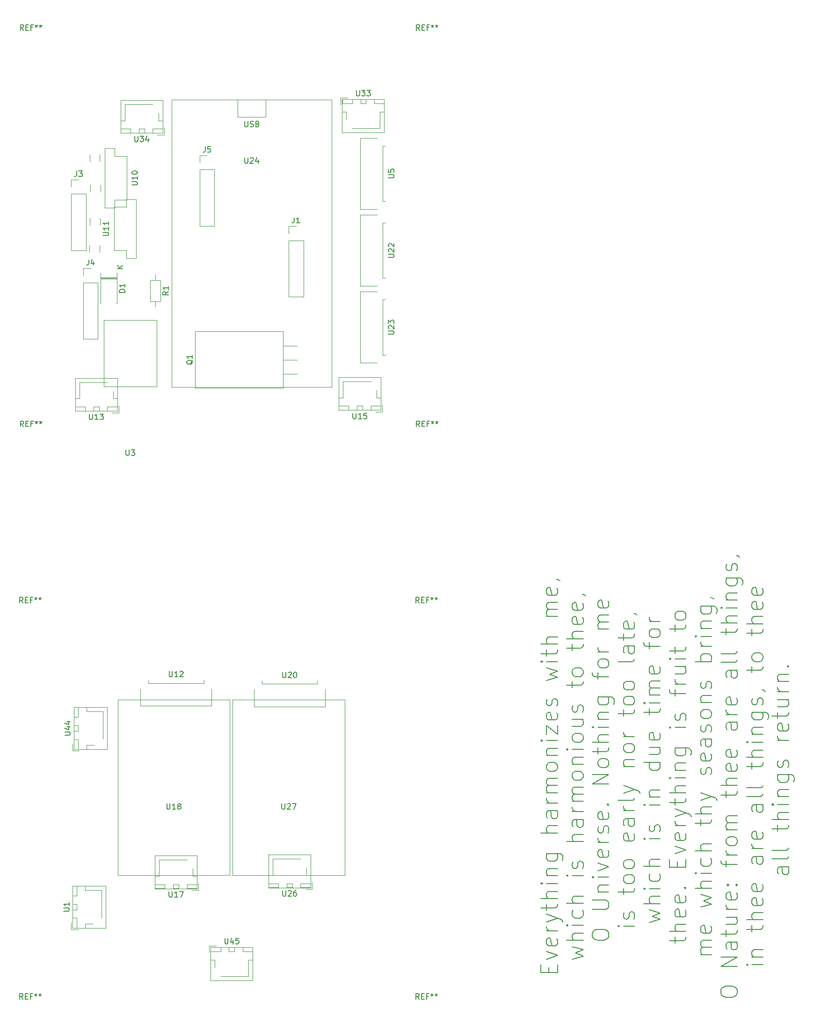
<source format=gbr>
G04 #@! TF.GenerationSoftware,KiCad,Pcbnew,5.1.5+dfsg1-2build2*
G04 #@! TF.CreationDate,2021-01-06T19:09:04+01:00*
G04 #@! TF.ProjectId,ariadne-v3-backup,61726961-646e-4652-9d76-332d6261636b,rev?*
G04 #@! TF.SameCoordinates,Original*
G04 #@! TF.FileFunction,Legend,Top*
G04 #@! TF.FilePolarity,Positive*
%FSLAX46Y46*%
G04 Gerber Fmt 4.6, Leading zero omitted, Abs format (unit mm)*
G04 Created by KiCad (PCBNEW 5.1.5+dfsg1-2build2) date 2021-01-06 19:09:04*
%MOMM*%
%LPD*%
G04 APERTURE LIST*
%ADD10C,0.150000*%
%ADD11C,0.120000*%
G04 APERTURE END LIST*
D10*
X99730714Y-171852857D02*
X99730714Y-170852857D01*
X101302142Y-170424285D02*
X101302142Y-171852857D01*
X98302142Y-171852857D01*
X98302142Y-170424285D01*
X99302142Y-169424285D02*
X101302142Y-168710000D01*
X99302142Y-167995714D01*
X101159285Y-165710000D02*
X101302142Y-165995714D01*
X101302142Y-166567142D01*
X101159285Y-166852857D01*
X100873571Y-166995714D01*
X99730714Y-166995714D01*
X99445000Y-166852857D01*
X99302142Y-166567142D01*
X99302142Y-165995714D01*
X99445000Y-165710000D01*
X99730714Y-165567142D01*
X100016428Y-165567142D01*
X100302142Y-166995714D01*
X101302142Y-164281428D02*
X99302142Y-164281428D01*
X99873571Y-164281428D02*
X99587857Y-164138571D01*
X99445000Y-163995714D01*
X99302142Y-163710000D01*
X99302142Y-163424285D01*
X99302142Y-162710000D02*
X101302142Y-161995714D01*
X99302142Y-161281428D02*
X101302142Y-161995714D01*
X102016428Y-162281428D01*
X102159285Y-162424285D01*
X102302142Y-162710000D01*
X99302142Y-160567142D02*
X99302142Y-159424285D01*
X98302142Y-160138571D02*
X100873571Y-160138571D01*
X101159285Y-159995714D01*
X101302142Y-159710000D01*
X101302142Y-159424285D01*
X101302142Y-158424285D02*
X98302142Y-158424285D01*
X101302142Y-157138571D02*
X99730714Y-157138571D01*
X99445000Y-157281428D01*
X99302142Y-157567142D01*
X99302142Y-157995714D01*
X99445000Y-158281428D01*
X99587857Y-158424285D01*
X101302142Y-155710000D02*
X99302142Y-155710000D01*
X98302142Y-155710000D02*
X98445000Y-155852857D01*
X98587857Y-155710000D01*
X98445000Y-155567142D01*
X98302142Y-155710000D01*
X98587857Y-155710000D01*
X99302142Y-154281428D02*
X101302142Y-154281428D01*
X99587857Y-154281428D02*
X99445000Y-154138571D01*
X99302142Y-153852857D01*
X99302142Y-153424285D01*
X99445000Y-153138571D01*
X99730714Y-152995714D01*
X101302142Y-152995714D01*
X99302142Y-150281428D02*
X101730714Y-150281428D01*
X102016428Y-150424285D01*
X102159285Y-150567142D01*
X102302142Y-150852857D01*
X102302142Y-151281428D01*
X102159285Y-151567142D01*
X101159285Y-150281428D02*
X101302142Y-150567142D01*
X101302142Y-151138571D01*
X101159285Y-151424285D01*
X101016428Y-151567142D01*
X100730714Y-151710000D01*
X99873571Y-151710000D01*
X99587857Y-151567142D01*
X99445000Y-151424285D01*
X99302142Y-151138571D01*
X99302142Y-150567142D01*
X99445000Y-150281428D01*
X101302142Y-146567142D02*
X98302142Y-146567142D01*
X101302142Y-145281428D02*
X99730714Y-145281428D01*
X99445000Y-145424285D01*
X99302142Y-145710000D01*
X99302142Y-146138571D01*
X99445000Y-146424285D01*
X99587857Y-146567142D01*
X101302142Y-142567142D02*
X99730714Y-142567142D01*
X99445000Y-142710000D01*
X99302142Y-142995714D01*
X99302142Y-143567142D01*
X99445000Y-143852857D01*
X101159285Y-142567142D02*
X101302142Y-142852857D01*
X101302142Y-143567142D01*
X101159285Y-143852857D01*
X100873571Y-143995714D01*
X100587857Y-143995714D01*
X100302142Y-143852857D01*
X100159285Y-143567142D01*
X100159285Y-142852857D01*
X100016428Y-142567142D01*
X101302142Y-141138571D02*
X99302142Y-141138571D01*
X99873571Y-141138571D02*
X99587857Y-140995714D01*
X99445000Y-140852857D01*
X99302142Y-140567142D01*
X99302142Y-140281428D01*
X101302142Y-139281428D02*
X99302142Y-139281428D01*
X99587857Y-139281428D02*
X99445000Y-139138571D01*
X99302142Y-138852857D01*
X99302142Y-138424285D01*
X99445000Y-138138571D01*
X99730714Y-137995714D01*
X101302142Y-137995714D01*
X99730714Y-137995714D02*
X99445000Y-137852857D01*
X99302142Y-137567142D01*
X99302142Y-137138571D01*
X99445000Y-136852857D01*
X99730714Y-136710000D01*
X101302142Y-136710000D01*
X101302142Y-134852857D02*
X101159285Y-135138571D01*
X101016428Y-135281428D01*
X100730714Y-135424285D01*
X99873571Y-135424285D01*
X99587857Y-135281428D01*
X99445000Y-135138571D01*
X99302142Y-134852857D01*
X99302142Y-134424285D01*
X99445000Y-134138571D01*
X99587857Y-133995714D01*
X99873571Y-133852857D01*
X100730714Y-133852857D01*
X101016428Y-133995714D01*
X101159285Y-134138571D01*
X101302142Y-134424285D01*
X101302142Y-134852857D01*
X99302142Y-132567142D02*
X101302142Y-132567142D01*
X99587857Y-132567142D02*
X99445000Y-132424285D01*
X99302142Y-132138571D01*
X99302142Y-131710000D01*
X99445000Y-131424285D01*
X99730714Y-131281428D01*
X101302142Y-131281428D01*
X101302142Y-129852857D02*
X99302142Y-129852857D01*
X98302142Y-129852857D02*
X98445000Y-129995714D01*
X98587857Y-129852857D01*
X98445000Y-129710000D01*
X98302142Y-129852857D01*
X98587857Y-129852857D01*
X99302142Y-128710000D02*
X99302142Y-127138571D01*
X101302142Y-128710000D01*
X101302142Y-127138571D01*
X101159285Y-124852857D02*
X101302142Y-125138571D01*
X101302142Y-125710000D01*
X101159285Y-125995714D01*
X100873571Y-126138571D01*
X99730714Y-126138571D01*
X99445000Y-125995714D01*
X99302142Y-125710000D01*
X99302142Y-125138571D01*
X99445000Y-124852857D01*
X99730714Y-124710000D01*
X100016428Y-124710000D01*
X100302142Y-126138571D01*
X101159285Y-123567142D02*
X101302142Y-123281428D01*
X101302142Y-122710000D01*
X101159285Y-122424285D01*
X100873571Y-122281428D01*
X100730714Y-122281428D01*
X100445000Y-122424285D01*
X100302142Y-122710000D01*
X100302142Y-123138571D01*
X100159285Y-123424285D01*
X99873571Y-123567142D01*
X99730714Y-123567142D01*
X99445000Y-123424285D01*
X99302142Y-123138571D01*
X99302142Y-122710000D01*
X99445000Y-122424285D01*
X99302142Y-118995714D02*
X101302142Y-118424285D01*
X99873571Y-117852857D01*
X101302142Y-117281428D01*
X99302142Y-116710000D01*
X101302142Y-115567142D02*
X99302142Y-115567142D01*
X98302142Y-115567142D02*
X98445000Y-115710000D01*
X98587857Y-115567142D01*
X98445000Y-115424285D01*
X98302142Y-115567142D01*
X98587857Y-115567142D01*
X99302142Y-114567142D02*
X99302142Y-113424285D01*
X98302142Y-114138571D02*
X100873571Y-114138571D01*
X101159285Y-113995714D01*
X101302142Y-113710000D01*
X101302142Y-113424285D01*
X101302142Y-112424285D02*
X98302142Y-112424285D01*
X101302142Y-111138571D02*
X99730714Y-111138571D01*
X99445000Y-111281428D01*
X99302142Y-111567142D01*
X99302142Y-111995714D01*
X99445000Y-112281428D01*
X99587857Y-112424285D01*
X101302142Y-107424285D02*
X99302142Y-107424285D01*
X99587857Y-107424285D02*
X99445000Y-107281428D01*
X99302142Y-106995714D01*
X99302142Y-106567142D01*
X99445000Y-106281428D01*
X99730714Y-106138571D01*
X101302142Y-106138571D01*
X99730714Y-106138571D02*
X99445000Y-105995714D01*
X99302142Y-105710000D01*
X99302142Y-105281428D01*
X99445000Y-104995714D01*
X99730714Y-104852857D01*
X101302142Y-104852857D01*
X101159285Y-102281428D02*
X101302142Y-102567142D01*
X101302142Y-103138571D01*
X101159285Y-103424285D01*
X100873571Y-103567142D01*
X99730714Y-103567142D01*
X99445000Y-103424285D01*
X99302142Y-103138571D01*
X99302142Y-102567142D01*
X99445000Y-102281428D01*
X99730714Y-102138571D01*
X100016428Y-102138571D01*
X100302142Y-103567142D01*
X101159285Y-100710000D02*
X101302142Y-100710000D01*
X101587857Y-100852857D01*
X101730714Y-100995714D01*
X103952142Y-169424285D02*
X105952142Y-168852857D01*
X104523571Y-168281428D01*
X105952142Y-167710000D01*
X103952142Y-167138571D01*
X105952142Y-165995714D02*
X102952142Y-165995714D01*
X105952142Y-164710000D02*
X104380714Y-164710000D01*
X104095000Y-164852857D01*
X103952142Y-165138571D01*
X103952142Y-165567142D01*
X104095000Y-165852857D01*
X104237857Y-165995714D01*
X105952142Y-163281428D02*
X103952142Y-163281428D01*
X102952142Y-163281428D02*
X103095000Y-163424285D01*
X103237857Y-163281428D01*
X103095000Y-163138571D01*
X102952142Y-163281428D01*
X103237857Y-163281428D01*
X105809285Y-160567142D02*
X105952142Y-160852857D01*
X105952142Y-161424285D01*
X105809285Y-161710000D01*
X105666428Y-161852857D01*
X105380714Y-161995714D01*
X104523571Y-161995714D01*
X104237857Y-161852857D01*
X104095000Y-161710000D01*
X103952142Y-161424285D01*
X103952142Y-160852857D01*
X104095000Y-160567142D01*
X105952142Y-159281428D02*
X102952142Y-159281428D01*
X105952142Y-157995714D02*
X104380714Y-157995714D01*
X104095000Y-158138571D01*
X103952142Y-158424285D01*
X103952142Y-158852857D01*
X104095000Y-159138571D01*
X104237857Y-159281428D01*
X105952142Y-154281428D02*
X103952142Y-154281428D01*
X102952142Y-154281428D02*
X103095000Y-154424285D01*
X103237857Y-154281428D01*
X103095000Y-154138571D01*
X102952142Y-154281428D01*
X103237857Y-154281428D01*
X105809285Y-152995714D02*
X105952142Y-152710000D01*
X105952142Y-152138571D01*
X105809285Y-151852857D01*
X105523571Y-151710000D01*
X105380714Y-151710000D01*
X105095000Y-151852857D01*
X104952142Y-152138571D01*
X104952142Y-152567142D01*
X104809285Y-152852857D01*
X104523571Y-152995714D01*
X104380714Y-152995714D01*
X104095000Y-152852857D01*
X103952142Y-152567142D01*
X103952142Y-152138571D01*
X104095000Y-151852857D01*
X105952142Y-148138571D02*
X102952142Y-148138571D01*
X105952142Y-146852857D02*
X104380714Y-146852857D01*
X104095000Y-146995714D01*
X103952142Y-147281428D01*
X103952142Y-147710000D01*
X104095000Y-147995714D01*
X104237857Y-148138571D01*
X105952142Y-144138571D02*
X104380714Y-144138571D01*
X104095000Y-144281428D01*
X103952142Y-144567142D01*
X103952142Y-145138571D01*
X104095000Y-145424285D01*
X105809285Y-144138571D02*
X105952142Y-144424285D01*
X105952142Y-145138571D01*
X105809285Y-145424285D01*
X105523571Y-145567142D01*
X105237857Y-145567142D01*
X104952142Y-145424285D01*
X104809285Y-145138571D01*
X104809285Y-144424285D01*
X104666428Y-144138571D01*
X105952142Y-142710000D02*
X103952142Y-142710000D01*
X104523571Y-142710000D02*
X104237857Y-142567142D01*
X104095000Y-142424285D01*
X103952142Y-142138571D01*
X103952142Y-141852857D01*
X105952142Y-140852857D02*
X103952142Y-140852857D01*
X104237857Y-140852857D02*
X104095000Y-140710000D01*
X103952142Y-140424285D01*
X103952142Y-139995714D01*
X104095000Y-139710000D01*
X104380714Y-139567142D01*
X105952142Y-139567142D01*
X104380714Y-139567142D02*
X104095000Y-139424285D01*
X103952142Y-139138571D01*
X103952142Y-138710000D01*
X104095000Y-138424285D01*
X104380714Y-138281428D01*
X105952142Y-138281428D01*
X105952142Y-136424285D02*
X105809285Y-136710000D01*
X105666428Y-136852857D01*
X105380714Y-136995714D01*
X104523571Y-136995714D01*
X104237857Y-136852857D01*
X104095000Y-136710000D01*
X103952142Y-136424285D01*
X103952142Y-135995714D01*
X104095000Y-135710000D01*
X104237857Y-135567142D01*
X104523571Y-135424285D01*
X105380714Y-135424285D01*
X105666428Y-135567142D01*
X105809285Y-135710000D01*
X105952142Y-135995714D01*
X105952142Y-136424285D01*
X103952142Y-134138571D02*
X105952142Y-134138571D01*
X104237857Y-134138571D02*
X104095000Y-133995714D01*
X103952142Y-133710000D01*
X103952142Y-133281428D01*
X104095000Y-132995714D01*
X104380714Y-132852857D01*
X105952142Y-132852857D01*
X105952142Y-131424285D02*
X103952142Y-131424285D01*
X102952142Y-131424285D02*
X103095000Y-131567142D01*
X103237857Y-131424285D01*
X103095000Y-131281428D01*
X102952142Y-131424285D01*
X103237857Y-131424285D01*
X105952142Y-129567142D02*
X105809285Y-129852857D01*
X105666428Y-129995714D01*
X105380714Y-130138571D01*
X104523571Y-130138571D01*
X104237857Y-129995714D01*
X104095000Y-129852857D01*
X103952142Y-129567142D01*
X103952142Y-129138571D01*
X104095000Y-128852857D01*
X104237857Y-128710000D01*
X104523571Y-128567142D01*
X105380714Y-128567142D01*
X105666428Y-128710000D01*
X105809285Y-128852857D01*
X105952142Y-129138571D01*
X105952142Y-129567142D01*
X103952142Y-125995714D02*
X105952142Y-125995714D01*
X103952142Y-127281428D02*
X105523571Y-127281428D01*
X105809285Y-127138571D01*
X105952142Y-126852857D01*
X105952142Y-126424285D01*
X105809285Y-126138571D01*
X105666428Y-125995714D01*
X105809285Y-124710000D02*
X105952142Y-124424285D01*
X105952142Y-123852857D01*
X105809285Y-123567142D01*
X105523571Y-123424285D01*
X105380714Y-123424285D01*
X105095000Y-123567142D01*
X104952142Y-123852857D01*
X104952142Y-124281428D01*
X104809285Y-124567142D01*
X104523571Y-124710000D01*
X104380714Y-124710000D01*
X104095000Y-124567142D01*
X103952142Y-124281428D01*
X103952142Y-123852857D01*
X104095000Y-123567142D01*
X103952142Y-120281428D02*
X103952142Y-119138571D01*
X102952142Y-119852857D02*
X105523571Y-119852857D01*
X105809285Y-119710000D01*
X105952142Y-119424285D01*
X105952142Y-119138571D01*
X105952142Y-117710000D02*
X105809285Y-117995714D01*
X105666428Y-118138571D01*
X105380714Y-118281428D01*
X104523571Y-118281428D01*
X104237857Y-118138571D01*
X104095000Y-117995714D01*
X103952142Y-117710000D01*
X103952142Y-117281428D01*
X104095000Y-116995714D01*
X104237857Y-116852857D01*
X104523571Y-116710000D01*
X105380714Y-116710000D01*
X105666428Y-116852857D01*
X105809285Y-116995714D01*
X105952142Y-117281428D01*
X105952142Y-117710000D01*
X103952142Y-113567142D02*
X103952142Y-112424285D01*
X102952142Y-113138571D02*
X105523571Y-113138571D01*
X105809285Y-112995714D01*
X105952142Y-112710000D01*
X105952142Y-112424285D01*
X105952142Y-111424285D02*
X102952142Y-111424285D01*
X105952142Y-110138571D02*
X104380714Y-110138571D01*
X104095000Y-110281428D01*
X103952142Y-110567142D01*
X103952142Y-110995714D01*
X104095000Y-111281428D01*
X104237857Y-111424285D01*
X105809285Y-107567142D02*
X105952142Y-107852857D01*
X105952142Y-108424285D01*
X105809285Y-108710000D01*
X105523571Y-108852857D01*
X104380714Y-108852857D01*
X104095000Y-108710000D01*
X103952142Y-108424285D01*
X103952142Y-107852857D01*
X104095000Y-107567142D01*
X104380714Y-107424285D01*
X104666428Y-107424285D01*
X104952142Y-108852857D01*
X105809285Y-104995714D02*
X105952142Y-105281428D01*
X105952142Y-105852857D01*
X105809285Y-106138571D01*
X105523571Y-106281428D01*
X104380714Y-106281428D01*
X104095000Y-106138571D01*
X103952142Y-105852857D01*
X103952142Y-105281428D01*
X104095000Y-104995714D01*
X104380714Y-104852857D01*
X104666428Y-104852857D01*
X104952142Y-106281428D01*
X105809285Y-103424285D02*
X105952142Y-103424285D01*
X106237857Y-103567142D01*
X106380714Y-103710000D01*
X107602142Y-165281428D02*
X107602142Y-164710000D01*
X107745000Y-164424285D01*
X108030714Y-164138571D01*
X108602142Y-163995714D01*
X109602142Y-163995714D01*
X110173571Y-164138571D01*
X110459285Y-164424285D01*
X110602142Y-164710000D01*
X110602142Y-165281428D01*
X110459285Y-165567142D01*
X110173571Y-165852857D01*
X109602142Y-165995714D01*
X108602142Y-165995714D01*
X108030714Y-165852857D01*
X107745000Y-165567142D01*
X107602142Y-165281428D01*
X107602142Y-160424285D02*
X110030714Y-160424285D01*
X110316428Y-160281428D01*
X110459285Y-160138571D01*
X110602142Y-159852857D01*
X110602142Y-159281428D01*
X110459285Y-158995714D01*
X110316428Y-158852857D01*
X110030714Y-158710000D01*
X107602142Y-158710000D01*
X108602142Y-157281428D02*
X110602142Y-157281428D01*
X108887857Y-157281428D02*
X108745000Y-157138571D01*
X108602142Y-156852857D01*
X108602142Y-156424285D01*
X108745000Y-156138571D01*
X109030714Y-155995714D01*
X110602142Y-155995714D01*
X110602142Y-154567142D02*
X108602142Y-154567142D01*
X107602142Y-154567142D02*
X107745000Y-154710000D01*
X107887857Y-154567142D01*
X107745000Y-154424285D01*
X107602142Y-154567142D01*
X107887857Y-154567142D01*
X108602142Y-153424285D02*
X110602142Y-152710000D01*
X108602142Y-151995714D01*
X110459285Y-149710000D02*
X110602142Y-149995714D01*
X110602142Y-150567142D01*
X110459285Y-150852857D01*
X110173571Y-150995714D01*
X109030714Y-150995714D01*
X108745000Y-150852857D01*
X108602142Y-150567142D01*
X108602142Y-149995714D01*
X108745000Y-149710000D01*
X109030714Y-149567142D01*
X109316428Y-149567142D01*
X109602142Y-150995714D01*
X110602142Y-148281428D02*
X108602142Y-148281428D01*
X109173571Y-148281428D02*
X108887857Y-148138571D01*
X108745000Y-147995714D01*
X108602142Y-147710000D01*
X108602142Y-147424285D01*
X110459285Y-146567142D02*
X110602142Y-146281428D01*
X110602142Y-145710000D01*
X110459285Y-145424285D01*
X110173571Y-145281428D01*
X110030714Y-145281428D01*
X109745000Y-145424285D01*
X109602142Y-145710000D01*
X109602142Y-146138571D01*
X109459285Y-146424285D01*
X109173571Y-146567142D01*
X109030714Y-146567142D01*
X108745000Y-146424285D01*
X108602142Y-146138571D01*
X108602142Y-145710000D01*
X108745000Y-145424285D01*
X110459285Y-142852857D02*
X110602142Y-143138571D01*
X110602142Y-143710000D01*
X110459285Y-143995714D01*
X110173571Y-144138571D01*
X109030714Y-144138571D01*
X108745000Y-143995714D01*
X108602142Y-143710000D01*
X108602142Y-143138571D01*
X108745000Y-142852857D01*
X109030714Y-142710000D01*
X109316428Y-142710000D01*
X109602142Y-144138571D01*
X110316428Y-141424285D02*
X110459285Y-141281428D01*
X110602142Y-141424285D01*
X110459285Y-141567142D01*
X110316428Y-141424285D01*
X110602142Y-141424285D01*
X110602142Y-137710000D02*
X107602142Y-137710000D01*
X110602142Y-135995714D01*
X107602142Y-135995714D01*
X110602142Y-134138571D02*
X110459285Y-134424285D01*
X110316428Y-134567142D01*
X110030714Y-134710000D01*
X109173571Y-134710000D01*
X108887857Y-134567142D01*
X108745000Y-134424285D01*
X108602142Y-134138571D01*
X108602142Y-133710000D01*
X108745000Y-133424285D01*
X108887857Y-133281428D01*
X109173571Y-133138571D01*
X110030714Y-133138571D01*
X110316428Y-133281428D01*
X110459285Y-133424285D01*
X110602142Y-133710000D01*
X110602142Y-134138571D01*
X108602142Y-132281428D02*
X108602142Y-131138571D01*
X107602142Y-131852857D02*
X110173571Y-131852857D01*
X110459285Y-131710000D01*
X110602142Y-131424285D01*
X110602142Y-131138571D01*
X110602142Y-130138571D02*
X107602142Y-130138571D01*
X110602142Y-128852857D02*
X109030714Y-128852857D01*
X108745000Y-128995714D01*
X108602142Y-129281428D01*
X108602142Y-129710000D01*
X108745000Y-129995714D01*
X108887857Y-130138571D01*
X110602142Y-127424285D02*
X108602142Y-127424285D01*
X107602142Y-127424285D02*
X107745000Y-127567142D01*
X107887857Y-127424285D01*
X107745000Y-127281428D01*
X107602142Y-127424285D01*
X107887857Y-127424285D01*
X108602142Y-125995714D02*
X110602142Y-125995714D01*
X108887857Y-125995714D02*
X108745000Y-125852857D01*
X108602142Y-125567142D01*
X108602142Y-125138571D01*
X108745000Y-124852857D01*
X109030714Y-124710000D01*
X110602142Y-124710000D01*
X108602142Y-121995714D02*
X111030714Y-121995714D01*
X111316428Y-122138571D01*
X111459285Y-122281428D01*
X111602142Y-122567142D01*
X111602142Y-122995714D01*
X111459285Y-123281428D01*
X110459285Y-121995714D02*
X110602142Y-122281428D01*
X110602142Y-122852857D01*
X110459285Y-123138571D01*
X110316428Y-123281428D01*
X110030714Y-123424285D01*
X109173571Y-123424285D01*
X108887857Y-123281428D01*
X108745000Y-123138571D01*
X108602142Y-122852857D01*
X108602142Y-122281428D01*
X108745000Y-121995714D01*
X108602142Y-118710000D02*
X108602142Y-117567142D01*
X110602142Y-118281428D02*
X108030714Y-118281428D01*
X107745000Y-118138571D01*
X107602142Y-117852857D01*
X107602142Y-117567142D01*
X110602142Y-116138571D02*
X110459285Y-116424285D01*
X110316428Y-116567142D01*
X110030714Y-116710000D01*
X109173571Y-116710000D01*
X108887857Y-116567142D01*
X108745000Y-116424285D01*
X108602142Y-116138571D01*
X108602142Y-115710000D01*
X108745000Y-115424285D01*
X108887857Y-115281428D01*
X109173571Y-115138571D01*
X110030714Y-115138571D01*
X110316428Y-115281428D01*
X110459285Y-115424285D01*
X110602142Y-115710000D01*
X110602142Y-116138571D01*
X110602142Y-113852857D02*
X108602142Y-113852857D01*
X109173571Y-113852857D02*
X108887857Y-113710000D01*
X108745000Y-113567142D01*
X108602142Y-113281428D01*
X108602142Y-112995714D01*
X110602142Y-109710000D02*
X108602142Y-109710000D01*
X108887857Y-109710000D02*
X108745000Y-109567142D01*
X108602142Y-109281428D01*
X108602142Y-108852857D01*
X108745000Y-108567142D01*
X109030714Y-108424285D01*
X110602142Y-108424285D01*
X109030714Y-108424285D02*
X108745000Y-108281428D01*
X108602142Y-107995714D01*
X108602142Y-107567142D01*
X108745000Y-107281428D01*
X109030714Y-107138571D01*
X110602142Y-107138571D01*
X110459285Y-104567142D02*
X110602142Y-104852857D01*
X110602142Y-105424285D01*
X110459285Y-105710000D01*
X110173571Y-105852857D01*
X109030714Y-105852857D01*
X108745000Y-105710000D01*
X108602142Y-105424285D01*
X108602142Y-104852857D01*
X108745000Y-104567142D01*
X109030714Y-104424285D01*
X109316428Y-104424285D01*
X109602142Y-105852857D01*
X115252142Y-163424285D02*
X113252142Y-163424285D01*
X112252142Y-163424285D02*
X112395000Y-163567142D01*
X112537857Y-163424285D01*
X112395000Y-163281428D01*
X112252142Y-163424285D01*
X112537857Y-163424285D01*
X115109285Y-162138571D02*
X115252142Y-161852857D01*
X115252142Y-161281428D01*
X115109285Y-160995714D01*
X114823571Y-160852857D01*
X114680714Y-160852857D01*
X114395000Y-160995714D01*
X114252142Y-161281428D01*
X114252142Y-161710000D01*
X114109285Y-161995714D01*
X113823571Y-162138571D01*
X113680714Y-162138571D01*
X113395000Y-161995714D01*
X113252142Y-161710000D01*
X113252142Y-161281428D01*
X113395000Y-160995714D01*
X113252142Y-157710000D02*
X113252142Y-156567142D01*
X112252142Y-157281428D02*
X114823571Y-157281428D01*
X115109285Y-157138571D01*
X115252142Y-156852857D01*
X115252142Y-156567142D01*
X115252142Y-155138571D02*
X115109285Y-155424285D01*
X114966428Y-155567142D01*
X114680714Y-155710000D01*
X113823571Y-155710000D01*
X113537857Y-155567142D01*
X113395000Y-155424285D01*
X113252142Y-155138571D01*
X113252142Y-154710000D01*
X113395000Y-154424285D01*
X113537857Y-154281428D01*
X113823571Y-154138571D01*
X114680714Y-154138571D01*
X114966428Y-154281428D01*
X115109285Y-154424285D01*
X115252142Y-154710000D01*
X115252142Y-155138571D01*
X115252142Y-152424285D02*
X115109285Y-152710000D01*
X114966428Y-152852857D01*
X114680714Y-152995714D01*
X113823571Y-152995714D01*
X113537857Y-152852857D01*
X113395000Y-152710000D01*
X113252142Y-152424285D01*
X113252142Y-151995714D01*
X113395000Y-151710000D01*
X113537857Y-151567142D01*
X113823571Y-151424285D01*
X114680714Y-151424285D01*
X114966428Y-151567142D01*
X115109285Y-151710000D01*
X115252142Y-151995714D01*
X115252142Y-152424285D01*
X115109285Y-146710000D02*
X115252142Y-146995714D01*
X115252142Y-147567142D01*
X115109285Y-147852857D01*
X114823571Y-147995714D01*
X113680714Y-147995714D01*
X113395000Y-147852857D01*
X113252142Y-147567142D01*
X113252142Y-146995714D01*
X113395000Y-146710000D01*
X113680714Y-146567142D01*
X113966428Y-146567142D01*
X114252142Y-147995714D01*
X115252142Y-143995714D02*
X113680714Y-143995714D01*
X113395000Y-144138571D01*
X113252142Y-144424285D01*
X113252142Y-144995714D01*
X113395000Y-145281428D01*
X115109285Y-143995714D02*
X115252142Y-144281428D01*
X115252142Y-144995714D01*
X115109285Y-145281428D01*
X114823571Y-145424285D01*
X114537857Y-145424285D01*
X114252142Y-145281428D01*
X114109285Y-144995714D01*
X114109285Y-144281428D01*
X113966428Y-143995714D01*
X115252142Y-142567142D02*
X113252142Y-142567142D01*
X113823571Y-142567142D02*
X113537857Y-142424285D01*
X113395000Y-142281428D01*
X113252142Y-141995714D01*
X113252142Y-141710000D01*
X115252142Y-140281428D02*
X115109285Y-140567142D01*
X114823571Y-140710000D01*
X112252142Y-140710000D01*
X113252142Y-139424285D02*
X115252142Y-138710000D01*
X113252142Y-137995714D02*
X115252142Y-138710000D01*
X115966428Y-138995714D01*
X116109285Y-139138571D01*
X116252142Y-139424285D01*
X113252142Y-134567142D02*
X115252142Y-134567142D01*
X113537857Y-134567142D02*
X113395000Y-134424285D01*
X113252142Y-134138571D01*
X113252142Y-133709999D01*
X113395000Y-133424285D01*
X113680714Y-133281428D01*
X115252142Y-133281428D01*
X115252142Y-131424285D02*
X115109285Y-131709999D01*
X114966428Y-131852857D01*
X114680714Y-131995714D01*
X113823571Y-131995714D01*
X113537857Y-131852857D01*
X113395000Y-131709999D01*
X113252142Y-131424285D01*
X113252142Y-130995714D01*
X113395000Y-130709999D01*
X113537857Y-130567142D01*
X113823571Y-130424285D01*
X114680714Y-130424285D01*
X114966428Y-130567142D01*
X115109285Y-130709999D01*
X115252142Y-130995714D01*
X115252142Y-131424285D01*
X115252142Y-129138571D02*
X113252142Y-129138571D01*
X113823571Y-129138571D02*
X113537857Y-128995714D01*
X113395000Y-128852857D01*
X113252142Y-128567142D01*
X113252142Y-128281428D01*
X113252142Y-125424285D02*
X113252142Y-124281428D01*
X112252142Y-124995714D02*
X114823571Y-124995714D01*
X115109285Y-124852857D01*
X115252142Y-124567142D01*
X115252142Y-124281428D01*
X115252142Y-122852857D02*
X115109285Y-123138571D01*
X114966428Y-123281428D01*
X114680714Y-123424285D01*
X113823571Y-123424285D01*
X113537857Y-123281428D01*
X113395000Y-123138571D01*
X113252142Y-122852857D01*
X113252142Y-122424285D01*
X113395000Y-122138571D01*
X113537857Y-121995714D01*
X113823571Y-121852857D01*
X114680714Y-121852857D01*
X114966428Y-121995714D01*
X115109285Y-122138571D01*
X115252142Y-122424285D01*
X115252142Y-122852857D01*
X115252142Y-120138571D02*
X115109285Y-120424285D01*
X114966428Y-120567142D01*
X114680714Y-120709999D01*
X113823571Y-120709999D01*
X113537857Y-120567142D01*
X113395000Y-120424285D01*
X113252142Y-120138571D01*
X113252142Y-119709999D01*
X113395000Y-119424285D01*
X113537857Y-119281428D01*
X113823571Y-119138571D01*
X114680714Y-119138571D01*
X114966428Y-119281428D01*
X115109285Y-119424285D01*
X115252142Y-119709999D01*
X115252142Y-120138571D01*
X115252142Y-115138571D02*
X115109285Y-115424285D01*
X114823571Y-115567142D01*
X112252142Y-115567142D01*
X115252142Y-112709999D02*
X113680714Y-112709999D01*
X113395000Y-112852857D01*
X113252142Y-113138571D01*
X113252142Y-113709999D01*
X113395000Y-113995714D01*
X115109285Y-112709999D02*
X115252142Y-112995714D01*
X115252142Y-113709999D01*
X115109285Y-113995714D01*
X114823571Y-114138571D01*
X114537857Y-114138571D01*
X114252142Y-113995714D01*
X114109285Y-113709999D01*
X114109285Y-112995714D01*
X113966428Y-112709999D01*
X113252142Y-111709999D02*
X113252142Y-110567142D01*
X112252142Y-111281428D02*
X114823571Y-111281428D01*
X115109285Y-111138571D01*
X115252142Y-110852857D01*
X115252142Y-110567142D01*
X115109285Y-108424285D02*
X115252142Y-108709999D01*
X115252142Y-109281428D01*
X115109285Y-109567142D01*
X114823571Y-109709999D01*
X113680714Y-109709999D01*
X113395000Y-109567142D01*
X113252142Y-109281428D01*
X113252142Y-108709999D01*
X113395000Y-108424285D01*
X113680714Y-108281428D01*
X113966428Y-108281428D01*
X114252142Y-109709999D01*
X115109285Y-106852857D02*
X115252142Y-106852857D01*
X115537857Y-106995714D01*
X115680714Y-107138571D01*
X117902142Y-162781428D02*
X119902142Y-162210000D01*
X118473571Y-161638571D01*
X119902142Y-161067142D01*
X117902142Y-160495714D01*
X119902142Y-159352857D02*
X116902142Y-159352857D01*
X119902142Y-158067142D02*
X118330714Y-158067142D01*
X118045000Y-158210000D01*
X117902142Y-158495714D01*
X117902142Y-158924285D01*
X118045000Y-159210000D01*
X118187857Y-159352857D01*
X119902142Y-156638571D02*
X117902142Y-156638571D01*
X116902142Y-156638571D02*
X117045000Y-156781428D01*
X117187857Y-156638571D01*
X117045000Y-156495714D01*
X116902142Y-156638571D01*
X117187857Y-156638571D01*
X119759285Y-153924285D02*
X119902142Y-154210000D01*
X119902142Y-154781428D01*
X119759285Y-155067142D01*
X119616428Y-155210000D01*
X119330714Y-155352857D01*
X118473571Y-155352857D01*
X118187857Y-155210000D01*
X118045000Y-155067142D01*
X117902142Y-154781428D01*
X117902142Y-154210000D01*
X118045000Y-153924285D01*
X119902142Y-152638571D02*
X116902142Y-152638571D01*
X119902142Y-151352857D02*
X118330714Y-151352857D01*
X118045000Y-151495714D01*
X117902142Y-151781428D01*
X117902142Y-152210000D01*
X118045000Y-152495714D01*
X118187857Y-152638571D01*
X119902142Y-147638571D02*
X117902142Y-147638571D01*
X116902142Y-147638571D02*
X117045000Y-147781428D01*
X117187857Y-147638571D01*
X117045000Y-147495714D01*
X116902142Y-147638571D01*
X117187857Y-147638571D01*
X119759285Y-146352857D02*
X119902142Y-146067142D01*
X119902142Y-145495714D01*
X119759285Y-145210000D01*
X119473571Y-145067142D01*
X119330714Y-145067142D01*
X119045000Y-145210000D01*
X118902142Y-145495714D01*
X118902142Y-145924285D01*
X118759285Y-146210000D01*
X118473571Y-146352857D01*
X118330714Y-146352857D01*
X118045000Y-146210000D01*
X117902142Y-145924285D01*
X117902142Y-145495714D01*
X118045000Y-145210000D01*
X119902142Y-141495714D02*
X117902142Y-141495714D01*
X116902142Y-141495714D02*
X117045000Y-141638571D01*
X117187857Y-141495714D01*
X117045000Y-141352857D01*
X116902142Y-141495714D01*
X117187857Y-141495714D01*
X117902142Y-140067142D02*
X119902142Y-140067142D01*
X118187857Y-140067142D02*
X118045000Y-139924285D01*
X117902142Y-139638571D01*
X117902142Y-139210000D01*
X118045000Y-138924285D01*
X118330714Y-138781428D01*
X119902142Y-138781428D01*
X119902142Y-133781428D02*
X116902142Y-133781428D01*
X119759285Y-133781428D02*
X119902142Y-134067142D01*
X119902142Y-134638571D01*
X119759285Y-134924285D01*
X119616428Y-135067142D01*
X119330714Y-135210000D01*
X118473571Y-135210000D01*
X118187857Y-135067142D01*
X118045000Y-134924285D01*
X117902142Y-134638571D01*
X117902142Y-134067142D01*
X118045000Y-133781428D01*
X117902142Y-131067142D02*
X119902142Y-131067142D01*
X117902142Y-132352857D02*
X119473571Y-132352857D01*
X119759285Y-132210000D01*
X119902142Y-131924285D01*
X119902142Y-131495714D01*
X119759285Y-131210000D01*
X119616428Y-131067142D01*
X119759285Y-128495714D02*
X119902142Y-128781428D01*
X119902142Y-129352857D01*
X119759285Y-129638571D01*
X119473571Y-129781428D01*
X118330714Y-129781428D01*
X118045000Y-129638571D01*
X117902142Y-129352857D01*
X117902142Y-128781428D01*
X118045000Y-128495714D01*
X118330714Y-128352857D01*
X118616428Y-128352857D01*
X118902142Y-129781428D01*
X117902142Y-125210000D02*
X117902142Y-124067142D01*
X116902142Y-124781428D02*
X119473571Y-124781428D01*
X119759285Y-124638571D01*
X119902142Y-124352857D01*
X119902142Y-124067142D01*
X119902142Y-123067142D02*
X117902142Y-123067142D01*
X116902142Y-123067142D02*
X117045000Y-123210000D01*
X117187857Y-123067142D01*
X117045000Y-122924285D01*
X116902142Y-123067142D01*
X117187857Y-123067142D01*
X119902142Y-121638571D02*
X117902142Y-121638571D01*
X118187857Y-121638571D02*
X118045000Y-121495714D01*
X117902142Y-121210000D01*
X117902142Y-120781428D01*
X118045000Y-120495714D01*
X118330714Y-120352857D01*
X119902142Y-120352857D01*
X118330714Y-120352857D02*
X118045000Y-120210000D01*
X117902142Y-119924285D01*
X117902142Y-119495714D01*
X118045000Y-119210000D01*
X118330714Y-119067142D01*
X119902142Y-119067142D01*
X119759285Y-116495714D02*
X119902142Y-116781428D01*
X119902142Y-117352857D01*
X119759285Y-117638571D01*
X119473571Y-117781428D01*
X118330714Y-117781428D01*
X118045000Y-117638571D01*
X117902142Y-117352857D01*
X117902142Y-116781428D01*
X118045000Y-116495714D01*
X118330714Y-116352857D01*
X118616428Y-116352857D01*
X118902142Y-117781428D01*
X117902142Y-113210000D02*
X117902142Y-112067142D01*
X119902142Y-112781428D02*
X117330714Y-112781428D01*
X117045000Y-112638571D01*
X116902142Y-112352857D01*
X116902142Y-112067142D01*
X119902142Y-110638571D02*
X119759285Y-110924285D01*
X119616428Y-111067142D01*
X119330714Y-111210000D01*
X118473571Y-111210000D01*
X118187857Y-111067142D01*
X118045000Y-110924285D01*
X117902142Y-110638571D01*
X117902142Y-110210000D01*
X118045000Y-109924285D01*
X118187857Y-109781428D01*
X118473571Y-109638571D01*
X119330714Y-109638571D01*
X119616428Y-109781428D01*
X119759285Y-109924285D01*
X119902142Y-110210000D01*
X119902142Y-110638571D01*
X119902142Y-108352857D02*
X117902142Y-108352857D01*
X118473571Y-108352857D02*
X118187857Y-108210000D01*
X118045000Y-108067142D01*
X117902142Y-107781428D01*
X117902142Y-107495714D01*
X122552142Y-166495714D02*
X122552142Y-165352857D01*
X121552142Y-166067142D02*
X124123571Y-166067142D01*
X124409285Y-165924285D01*
X124552142Y-165638571D01*
X124552142Y-165352857D01*
X124552142Y-164352857D02*
X121552142Y-164352857D01*
X124552142Y-163067142D02*
X122980714Y-163067142D01*
X122695000Y-163210000D01*
X122552142Y-163495714D01*
X122552142Y-163924285D01*
X122695000Y-164210000D01*
X122837857Y-164352857D01*
X124409285Y-160495714D02*
X124552142Y-160781428D01*
X124552142Y-161352857D01*
X124409285Y-161638571D01*
X124123571Y-161781428D01*
X122980714Y-161781428D01*
X122695000Y-161638571D01*
X122552142Y-161352857D01*
X122552142Y-160781428D01*
X122695000Y-160495714D01*
X122980714Y-160352857D01*
X123266428Y-160352857D01*
X123552142Y-161781428D01*
X124409285Y-157924285D02*
X124552142Y-158210000D01*
X124552142Y-158781428D01*
X124409285Y-159067142D01*
X124123571Y-159210000D01*
X122980714Y-159210000D01*
X122695000Y-159067142D01*
X122552142Y-158781428D01*
X122552142Y-158210000D01*
X122695000Y-157924285D01*
X122980714Y-157781428D01*
X123266428Y-157781428D01*
X123552142Y-159210000D01*
X124266428Y-156495714D02*
X124409285Y-156352857D01*
X124552142Y-156495714D01*
X124409285Y-156638571D01*
X124266428Y-156495714D01*
X124552142Y-156495714D01*
X122980714Y-152781428D02*
X122980714Y-151781428D01*
X124552142Y-151352857D02*
X124552142Y-152781428D01*
X121552142Y-152781428D01*
X121552142Y-151352857D01*
X122552142Y-150352857D02*
X124552142Y-149638571D01*
X122552142Y-148924285D01*
X124409285Y-146638571D02*
X124552142Y-146924285D01*
X124552142Y-147495714D01*
X124409285Y-147781428D01*
X124123571Y-147924285D01*
X122980714Y-147924285D01*
X122695000Y-147781428D01*
X122552142Y-147495714D01*
X122552142Y-146924285D01*
X122695000Y-146638571D01*
X122980714Y-146495714D01*
X123266428Y-146495714D01*
X123552142Y-147924285D01*
X124552142Y-145210000D02*
X122552142Y-145210000D01*
X123123571Y-145210000D02*
X122837857Y-145067142D01*
X122695000Y-144924285D01*
X122552142Y-144638571D01*
X122552142Y-144352857D01*
X122552142Y-143638571D02*
X124552142Y-142924285D01*
X122552142Y-142210000D02*
X124552142Y-142924285D01*
X125266428Y-143210000D01*
X125409285Y-143352857D01*
X125552142Y-143638571D01*
X122552142Y-141495714D02*
X122552142Y-140352857D01*
X121552142Y-141067142D02*
X124123571Y-141067142D01*
X124409285Y-140924285D01*
X124552142Y-140638571D01*
X124552142Y-140352857D01*
X124552142Y-139352857D02*
X121552142Y-139352857D01*
X124552142Y-138067142D02*
X122980714Y-138067142D01*
X122695000Y-138210000D01*
X122552142Y-138495714D01*
X122552142Y-138924285D01*
X122695000Y-139210000D01*
X122837857Y-139352857D01*
X124552142Y-136638571D02*
X122552142Y-136638571D01*
X121552142Y-136638571D02*
X121695000Y-136781428D01*
X121837857Y-136638571D01*
X121695000Y-136495714D01*
X121552142Y-136638571D01*
X121837857Y-136638571D01*
X122552142Y-135210000D02*
X124552142Y-135210000D01*
X122837857Y-135210000D02*
X122695000Y-135067142D01*
X122552142Y-134781428D01*
X122552142Y-134352857D01*
X122695000Y-134067142D01*
X122980714Y-133924285D01*
X124552142Y-133924285D01*
X122552142Y-131210000D02*
X124980714Y-131210000D01*
X125266428Y-131352857D01*
X125409285Y-131495714D01*
X125552142Y-131781428D01*
X125552142Y-132210000D01*
X125409285Y-132495714D01*
X124409285Y-131210000D02*
X124552142Y-131495714D01*
X124552142Y-132067142D01*
X124409285Y-132352857D01*
X124266428Y-132495714D01*
X123980714Y-132638571D01*
X123123571Y-132638571D01*
X122837857Y-132495714D01*
X122695000Y-132352857D01*
X122552142Y-132067142D01*
X122552142Y-131495714D01*
X122695000Y-131210000D01*
X124552142Y-127495714D02*
X122552142Y-127495714D01*
X121552142Y-127495714D02*
X121695000Y-127638571D01*
X121837857Y-127495714D01*
X121695000Y-127352857D01*
X121552142Y-127495714D01*
X121837857Y-127495714D01*
X124409285Y-126210000D02*
X124552142Y-125924285D01*
X124552142Y-125352857D01*
X124409285Y-125067142D01*
X124123571Y-124924285D01*
X123980714Y-124924285D01*
X123695000Y-125067142D01*
X123552142Y-125352857D01*
X123552142Y-125781428D01*
X123409285Y-126067142D01*
X123123571Y-126210000D01*
X122980714Y-126210000D01*
X122695000Y-126067142D01*
X122552142Y-125781428D01*
X122552142Y-125352857D01*
X122695000Y-125067142D01*
X122552142Y-121781428D02*
X122552142Y-120638571D01*
X124552142Y-121352857D02*
X121980714Y-121352857D01*
X121695000Y-121210000D01*
X121552142Y-120924285D01*
X121552142Y-120638571D01*
X124552142Y-119638571D02*
X122552142Y-119638571D01*
X123123571Y-119638571D02*
X122837857Y-119495714D01*
X122695000Y-119352857D01*
X122552142Y-119067142D01*
X122552142Y-118781428D01*
X122552142Y-116495714D02*
X124552142Y-116495714D01*
X122552142Y-117781428D02*
X124123571Y-117781428D01*
X124409285Y-117638571D01*
X124552142Y-117352857D01*
X124552142Y-116924285D01*
X124409285Y-116638571D01*
X124266428Y-116495714D01*
X124552142Y-115067142D02*
X122552142Y-115067142D01*
X121552142Y-115067142D02*
X121695000Y-115210000D01*
X121837857Y-115067142D01*
X121695000Y-114924285D01*
X121552142Y-115067142D01*
X121837857Y-115067142D01*
X122552142Y-114067142D02*
X122552142Y-112924285D01*
X121552142Y-113638571D02*
X124123571Y-113638571D01*
X124409285Y-113495714D01*
X124552142Y-113210000D01*
X124552142Y-112924285D01*
X122552142Y-110067142D02*
X122552142Y-108924285D01*
X121552142Y-109638571D02*
X124123571Y-109638571D01*
X124409285Y-109495714D01*
X124552142Y-109210000D01*
X124552142Y-108924285D01*
X124552142Y-107495714D02*
X124409285Y-107781428D01*
X124266428Y-107924285D01*
X123980714Y-108067142D01*
X123123571Y-108067142D01*
X122837857Y-107924285D01*
X122695000Y-107781428D01*
X122552142Y-107495714D01*
X122552142Y-107067142D01*
X122695000Y-106781428D01*
X122837857Y-106638571D01*
X123123571Y-106495714D01*
X123980714Y-106495714D01*
X124266428Y-106638571D01*
X124409285Y-106781428D01*
X124552142Y-107067142D01*
X124552142Y-107495714D01*
X129202142Y-168567142D02*
X127202142Y-168567142D01*
X127487857Y-168567142D02*
X127345000Y-168424285D01*
X127202142Y-168138571D01*
X127202142Y-167710000D01*
X127345000Y-167424285D01*
X127630714Y-167281428D01*
X129202142Y-167281428D01*
X127630714Y-167281428D02*
X127345000Y-167138571D01*
X127202142Y-166852857D01*
X127202142Y-166424285D01*
X127345000Y-166138571D01*
X127630714Y-165995714D01*
X129202142Y-165995714D01*
X129059285Y-163424285D02*
X129202142Y-163710000D01*
X129202142Y-164281428D01*
X129059285Y-164567142D01*
X128773571Y-164710000D01*
X127630714Y-164710000D01*
X127345000Y-164567142D01*
X127202142Y-164281428D01*
X127202142Y-163710000D01*
X127345000Y-163424285D01*
X127630714Y-163281428D01*
X127916428Y-163281428D01*
X128202142Y-164710000D01*
X127202142Y-159995714D02*
X129202142Y-159424285D01*
X127773571Y-158852857D01*
X129202142Y-158281428D01*
X127202142Y-157710000D01*
X129202142Y-156567142D02*
X126202142Y-156567142D01*
X129202142Y-155281428D02*
X127630714Y-155281428D01*
X127345000Y-155424285D01*
X127202142Y-155710000D01*
X127202142Y-156138571D01*
X127345000Y-156424285D01*
X127487857Y-156567142D01*
X129202142Y-153852857D02*
X127202142Y-153852857D01*
X126202142Y-153852857D02*
X126345000Y-153995714D01*
X126487857Y-153852857D01*
X126345000Y-153710000D01*
X126202142Y-153852857D01*
X126487857Y-153852857D01*
X129059285Y-151138571D02*
X129202142Y-151424285D01*
X129202142Y-151995714D01*
X129059285Y-152281428D01*
X128916428Y-152424285D01*
X128630714Y-152567142D01*
X127773571Y-152567142D01*
X127487857Y-152424285D01*
X127345000Y-152281428D01*
X127202142Y-151995714D01*
X127202142Y-151424285D01*
X127345000Y-151138571D01*
X129202142Y-149852857D02*
X126202142Y-149852857D01*
X129202142Y-148567142D02*
X127630714Y-148567142D01*
X127345000Y-148710000D01*
X127202142Y-148995714D01*
X127202142Y-149424285D01*
X127345000Y-149710000D01*
X127487857Y-149852857D01*
X127202142Y-145281428D02*
X127202142Y-144138571D01*
X126202142Y-144852857D02*
X128773571Y-144852857D01*
X129059285Y-144710000D01*
X129202142Y-144424285D01*
X129202142Y-144138571D01*
X129202142Y-143138571D02*
X126202142Y-143138571D01*
X129202142Y-141852857D02*
X127630714Y-141852857D01*
X127345000Y-141995714D01*
X127202142Y-142281428D01*
X127202142Y-142710000D01*
X127345000Y-142995714D01*
X127487857Y-143138571D01*
X127202142Y-140710000D02*
X129202142Y-139995714D01*
X127202142Y-139281428D02*
X129202142Y-139995714D01*
X129916428Y-140281428D01*
X130059285Y-140424285D01*
X130202142Y-140710000D01*
X129059285Y-135995714D02*
X129202142Y-135710000D01*
X129202142Y-135138571D01*
X129059285Y-134852857D01*
X128773571Y-134710000D01*
X128630714Y-134710000D01*
X128345000Y-134852857D01*
X128202142Y-135138571D01*
X128202142Y-135567142D01*
X128059285Y-135852857D01*
X127773571Y-135995714D01*
X127630714Y-135995714D01*
X127345000Y-135852857D01*
X127202142Y-135567142D01*
X127202142Y-135138571D01*
X127345000Y-134852857D01*
X129059285Y-132281428D02*
X129202142Y-132567142D01*
X129202142Y-133138571D01*
X129059285Y-133424285D01*
X128773571Y-133567142D01*
X127630714Y-133567142D01*
X127345000Y-133424285D01*
X127202142Y-133138571D01*
X127202142Y-132567142D01*
X127345000Y-132281428D01*
X127630714Y-132138571D01*
X127916428Y-132138571D01*
X128202142Y-133567142D01*
X129202142Y-129567142D02*
X127630714Y-129567142D01*
X127345000Y-129710000D01*
X127202142Y-129995714D01*
X127202142Y-130567142D01*
X127345000Y-130852857D01*
X129059285Y-129567142D02*
X129202142Y-129852857D01*
X129202142Y-130567142D01*
X129059285Y-130852857D01*
X128773571Y-130995714D01*
X128487857Y-130995714D01*
X128202142Y-130852857D01*
X128059285Y-130567142D01*
X128059285Y-129852857D01*
X127916428Y-129567142D01*
X129059285Y-128281428D02*
X129202142Y-127995714D01*
X129202142Y-127424285D01*
X129059285Y-127138571D01*
X128773571Y-126995714D01*
X128630714Y-126995714D01*
X128345000Y-127138571D01*
X128202142Y-127424285D01*
X128202142Y-127852857D01*
X128059285Y-128138571D01*
X127773571Y-128281428D01*
X127630714Y-128281428D01*
X127345000Y-128138571D01*
X127202142Y-127852857D01*
X127202142Y-127424285D01*
X127345000Y-127138571D01*
X129202142Y-125281428D02*
X129059285Y-125567142D01*
X128916428Y-125710000D01*
X128630714Y-125852857D01*
X127773571Y-125852857D01*
X127487857Y-125710000D01*
X127345000Y-125567142D01*
X127202142Y-125281428D01*
X127202142Y-124852857D01*
X127345000Y-124567142D01*
X127487857Y-124424285D01*
X127773571Y-124281428D01*
X128630714Y-124281428D01*
X128916428Y-124424285D01*
X129059285Y-124567142D01*
X129202142Y-124852857D01*
X129202142Y-125281428D01*
X127202142Y-122995714D02*
X129202142Y-122995714D01*
X127487857Y-122995714D02*
X127345000Y-122852857D01*
X127202142Y-122567142D01*
X127202142Y-122138571D01*
X127345000Y-121852857D01*
X127630714Y-121710000D01*
X129202142Y-121710000D01*
X129059285Y-120424285D02*
X129202142Y-120138571D01*
X129202142Y-119567142D01*
X129059285Y-119281428D01*
X128773571Y-119138571D01*
X128630714Y-119138571D01*
X128345000Y-119281428D01*
X128202142Y-119567142D01*
X128202142Y-119995714D01*
X128059285Y-120281428D01*
X127773571Y-120424285D01*
X127630714Y-120424285D01*
X127345000Y-120281428D01*
X127202142Y-119995714D01*
X127202142Y-119567142D01*
X127345000Y-119281428D01*
X129202142Y-115567142D02*
X126202142Y-115567142D01*
X127345000Y-115567142D02*
X127202142Y-115281428D01*
X127202142Y-114710000D01*
X127345000Y-114424285D01*
X127487857Y-114281428D01*
X127773571Y-114138571D01*
X128630714Y-114138571D01*
X128916428Y-114281428D01*
X129059285Y-114424285D01*
X129202142Y-114710000D01*
X129202142Y-115281428D01*
X129059285Y-115567142D01*
X129202142Y-112852857D02*
X127202142Y-112852857D01*
X127773571Y-112852857D02*
X127487857Y-112710000D01*
X127345000Y-112567142D01*
X127202142Y-112281428D01*
X127202142Y-111995714D01*
X129202142Y-110995714D02*
X127202142Y-110995714D01*
X126202142Y-110995714D02*
X126345000Y-111138571D01*
X126487857Y-110995714D01*
X126345000Y-110852857D01*
X126202142Y-110995714D01*
X126487857Y-110995714D01*
X127202142Y-109567142D02*
X129202142Y-109567142D01*
X127487857Y-109567142D02*
X127345000Y-109424285D01*
X127202142Y-109138571D01*
X127202142Y-108710000D01*
X127345000Y-108424285D01*
X127630714Y-108281428D01*
X129202142Y-108281428D01*
X127202142Y-105567142D02*
X129630714Y-105567142D01*
X129916428Y-105710000D01*
X130059285Y-105852857D01*
X130202142Y-106138571D01*
X130202142Y-106567142D01*
X130059285Y-106852857D01*
X129059285Y-105567142D02*
X129202142Y-105852857D01*
X129202142Y-106424285D01*
X129059285Y-106710000D01*
X128916428Y-106852857D01*
X128630714Y-106995714D01*
X127773571Y-106995714D01*
X127487857Y-106852857D01*
X127345000Y-106710000D01*
X127202142Y-106424285D01*
X127202142Y-105852857D01*
X127345000Y-105567142D01*
X129059285Y-103995714D02*
X129202142Y-103995714D01*
X129487857Y-104138571D01*
X129630714Y-104281428D01*
X130852142Y-175567142D02*
X130852142Y-174995714D01*
X130995000Y-174710000D01*
X131280714Y-174424285D01*
X131852142Y-174281428D01*
X132852142Y-174281428D01*
X133423571Y-174424285D01*
X133709285Y-174710000D01*
X133852142Y-174995714D01*
X133852142Y-175567142D01*
X133709285Y-175852857D01*
X133423571Y-176138571D01*
X132852142Y-176281428D01*
X131852142Y-176281428D01*
X131280714Y-176138571D01*
X130995000Y-175852857D01*
X130852142Y-175567142D01*
X133852142Y-170710000D02*
X130852142Y-170710000D01*
X133852142Y-168995714D01*
X130852142Y-168995714D01*
X133852142Y-166281428D02*
X132280714Y-166281428D01*
X131995000Y-166424285D01*
X131852142Y-166710000D01*
X131852142Y-167281428D01*
X131995000Y-167567142D01*
X133709285Y-166281428D02*
X133852142Y-166567142D01*
X133852142Y-167281428D01*
X133709285Y-167567142D01*
X133423571Y-167710000D01*
X133137857Y-167710000D01*
X132852142Y-167567142D01*
X132709285Y-167281428D01*
X132709285Y-166567142D01*
X132566428Y-166281428D01*
X131852142Y-165281428D02*
X131852142Y-164138571D01*
X130852142Y-164852857D02*
X133423571Y-164852857D01*
X133709285Y-164710000D01*
X133852142Y-164424285D01*
X133852142Y-164138571D01*
X131852142Y-161852857D02*
X133852142Y-161852857D01*
X131852142Y-163138571D02*
X133423571Y-163138571D01*
X133709285Y-162995714D01*
X133852142Y-162710000D01*
X133852142Y-162281428D01*
X133709285Y-161995714D01*
X133566428Y-161852857D01*
X133852142Y-160424285D02*
X131852142Y-160424285D01*
X132423571Y-160424285D02*
X132137857Y-160281428D01*
X131995000Y-160138571D01*
X131852142Y-159852857D01*
X131852142Y-159567142D01*
X133709285Y-157424285D02*
X133852142Y-157710000D01*
X133852142Y-158281428D01*
X133709285Y-158567142D01*
X133423571Y-158710000D01*
X132280714Y-158710000D01*
X131995000Y-158567142D01*
X131852142Y-158281428D01*
X131852142Y-157710000D01*
X131995000Y-157424285D01*
X132280714Y-157281428D01*
X132566428Y-157281428D01*
X132852142Y-158710000D01*
X133566428Y-155995714D02*
X133709285Y-155852857D01*
X133852142Y-155995714D01*
X133709285Y-156138571D01*
X133566428Y-155995714D01*
X133852142Y-155995714D01*
X131995000Y-155995714D02*
X132137857Y-155852857D01*
X132280714Y-155995714D01*
X132137857Y-156138571D01*
X131995000Y-155995714D01*
X132280714Y-155995714D01*
X131852142Y-152710000D02*
X131852142Y-151567142D01*
X133852142Y-152281428D02*
X131280714Y-152281428D01*
X130995000Y-152138571D01*
X130852142Y-151852857D01*
X130852142Y-151567142D01*
X133852142Y-150567142D02*
X131852142Y-150567142D01*
X132423571Y-150567142D02*
X132137857Y-150424285D01*
X131995000Y-150281428D01*
X131852142Y-149995714D01*
X131852142Y-149710000D01*
X133852142Y-148281428D02*
X133709285Y-148567142D01*
X133566428Y-148710000D01*
X133280714Y-148852857D01*
X132423571Y-148852857D01*
X132137857Y-148710000D01*
X131995000Y-148567142D01*
X131852142Y-148281428D01*
X131852142Y-147852857D01*
X131995000Y-147567142D01*
X132137857Y-147424285D01*
X132423571Y-147281428D01*
X133280714Y-147281428D01*
X133566428Y-147424285D01*
X133709285Y-147567142D01*
X133852142Y-147852857D01*
X133852142Y-148281428D01*
X133852142Y-145995714D02*
X131852142Y-145995714D01*
X132137857Y-145995714D02*
X131995000Y-145852857D01*
X131852142Y-145567142D01*
X131852142Y-145138571D01*
X131995000Y-144852857D01*
X132280714Y-144710000D01*
X133852142Y-144710000D01*
X132280714Y-144710000D02*
X131995000Y-144567142D01*
X131852142Y-144281428D01*
X131852142Y-143852857D01*
X131995000Y-143567142D01*
X132280714Y-143424285D01*
X133852142Y-143424285D01*
X131852142Y-140138571D02*
X131852142Y-138995714D01*
X130852142Y-139710000D02*
X133423571Y-139710000D01*
X133709285Y-139567142D01*
X133852142Y-139281428D01*
X133852142Y-138995714D01*
X133852142Y-137995714D02*
X130852142Y-137995714D01*
X133852142Y-136710000D02*
X132280714Y-136710000D01*
X131995000Y-136852857D01*
X131852142Y-137138571D01*
X131852142Y-137567142D01*
X131995000Y-137852857D01*
X132137857Y-137995714D01*
X133709285Y-134138571D02*
X133852142Y-134424285D01*
X133852142Y-134995714D01*
X133709285Y-135281428D01*
X133423571Y-135424285D01*
X132280714Y-135424285D01*
X131995000Y-135281428D01*
X131852142Y-134995714D01*
X131852142Y-134424285D01*
X131995000Y-134138571D01*
X132280714Y-133995714D01*
X132566428Y-133995714D01*
X132852142Y-135424285D01*
X133709285Y-131567142D02*
X133852142Y-131852857D01*
X133852142Y-132424285D01*
X133709285Y-132710000D01*
X133423571Y-132852857D01*
X132280714Y-132852857D01*
X131995000Y-132710000D01*
X131852142Y-132424285D01*
X131852142Y-131852857D01*
X131995000Y-131567142D01*
X132280714Y-131424285D01*
X132566428Y-131424285D01*
X132852142Y-132852857D01*
X133852142Y-126567142D02*
X132280714Y-126567142D01*
X131995000Y-126710000D01*
X131852142Y-126995714D01*
X131852142Y-127567142D01*
X131995000Y-127852857D01*
X133709285Y-126567142D02*
X133852142Y-126852857D01*
X133852142Y-127567142D01*
X133709285Y-127852857D01*
X133423571Y-127995714D01*
X133137857Y-127995714D01*
X132852142Y-127852857D01*
X132709285Y-127567142D01*
X132709285Y-126852857D01*
X132566428Y-126567142D01*
X133852142Y-125138571D02*
X131852142Y-125138571D01*
X132423571Y-125138571D02*
X132137857Y-124995714D01*
X131995000Y-124852857D01*
X131852142Y-124567142D01*
X131852142Y-124281428D01*
X133709285Y-122138571D02*
X133852142Y-122424285D01*
X133852142Y-122995714D01*
X133709285Y-123281428D01*
X133423571Y-123424285D01*
X132280714Y-123424285D01*
X131995000Y-123281428D01*
X131852142Y-122995714D01*
X131852142Y-122424285D01*
X131995000Y-122138571D01*
X132280714Y-121995714D01*
X132566428Y-121995714D01*
X132852142Y-123424285D01*
X133852142Y-117138571D02*
X132280714Y-117138571D01*
X131995000Y-117281428D01*
X131852142Y-117567142D01*
X131852142Y-118138571D01*
X131995000Y-118424285D01*
X133709285Y-117138571D02*
X133852142Y-117424285D01*
X133852142Y-118138571D01*
X133709285Y-118424285D01*
X133423571Y-118567142D01*
X133137857Y-118567142D01*
X132852142Y-118424285D01*
X132709285Y-118138571D01*
X132709285Y-117424285D01*
X132566428Y-117138571D01*
X133852142Y-115281428D02*
X133709285Y-115567142D01*
X133423571Y-115710000D01*
X130852142Y-115710000D01*
X133852142Y-113710000D02*
X133709285Y-113995714D01*
X133423571Y-114138571D01*
X130852142Y-114138571D01*
X131852142Y-110710000D02*
X131852142Y-109567142D01*
X130852142Y-110281428D02*
X133423571Y-110281428D01*
X133709285Y-110138571D01*
X133852142Y-109852857D01*
X133852142Y-109567142D01*
X133852142Y-108567142D02*
X130852142Y-108567142D01*
X133852142Y-107281428D02*
X132280714Y-107281428D01*
X131995000Y-107424285D01*
X131852142Y-107710000D01*
X131852142Y-108138571D01*
X131995000Y-108424285D01*
X132137857Y-108567142D01*
X133852142Y-105852857D02*
X131852142Y-105852857D01*
X130852142Y-105852857D02*
X130995000Y-105995714D01*
X131137857Y-105852857D01*
X130995000Y-105710000D01*
X130852142Y-105852857D01*
X131137857Y-105852857D01*
X131852142Y-104424285D02*
X133852142Y-104424285D01*
X132137857Y-104424285D02*
X131995000Y-104281428D01*
X131852142Y-103995714D01*
X131852142Y-103567142D01*
X131995000Y-103281428D01*
X132280714Y-103138571D01*
X133852142Y-103138571D01*
X131852142Y-100424285D02*
X134280714Y-100424285D01*
X134566428Y-100567142D01*
X134709285Y-100710000D01*
X134852142Y-100995714D01*
X134852142Y-101424285D01*
X134709285Y-101710000D01*
X133709285Y-100424285D02*
X133852142Y-100710000D01*
X133852142Y-101281428D01*
X133709285Y-101567142D01*
X133566428Y-101710000D01*
X133280714Y-101852857D01*
X132423571Y-101852857D01*
X132137857Y-101710000D01*
X131995000Y-101567142D01*
X131852142Y-101281428D01*
X131852142Y-100710000D01*
X131995000Y-100424285D01*
X133709285Y-99138571D02*
X133852142Y-98852857D01*
X133852142Y-98281428D01*
X133709285Y-97995714D01*
X133423571Y-97852857D01*
X133280714Y-97852857D01*
X132995000Y-97995714D01*
X132852142Y-98281428D01*
X132852142Y-98710000D01*
X132709285Y-98995714D01*
X132423571Y-99138571D01*
X132280714Y-99138571D01*
X131995000Y-98995714D01*
X131852142Y-98710000D01*
X131852142Y-98281428D01*
X131995000Y-97995714D01*
X133709285Y-96424285D02*
X133852142Y-96424285D01*
X134137857Y-96567142D01*
X134280714Y-96710000D01*
X138502142Y-170424285D02*
X136502142Y-170424285D01*
X135502142Y-170424285D02*
X135645000Y-170567142D01*
X135787857Y-170424285D01*
X135645000Y-170281428D01*
X135502142Y-170424285D01*
X135787857Y-170424285D01*
X136502142Y-168995714D02*
X138502142Y-168995714D01*
X136787857Y-168995714D02*
X136645000Y-168852857D01*
X136502142Y-168567142D01*
X136502142Y-168138571D01*
X136645000Y-167852857D01*
X136930714Y-167710000D01*
X138502142Y-167710000D01*
X136502142Y-164424285D02*
X136502142Y-163281428D01*
X135502142Y-163995714D02*
X138073571Y-163995714D01*
X138359285Y-163852857D01*
X138502142Y-163567142D01*
X138502142Y-163281428D01*
X138502142Y-162281428D02*
X135502142Y-162281428D01*
X138502142Y-160995714D02*
X136930714Y-160995714D01*
X136645000Y-161138571D01*
X136502142Y-161424285D01*
X136502142Y-161852857D01*
X136645000Y-162138571D01*
X136787857Y-162281428D01*
X138359285Y-158424285D02*
X138502142Y-158710000D01*
X138502142Y-159281428D01*
X138359285Y-159567142D01*
X138073571Y-159710000D01*
X136930714Y-159710000D01*
X136645000Y-159567142D01*
X136502142Y-159281428D01*
X136502142Y-158710000D01*
X136645000Y-158424285D01*
X136930714Y-158281428D01*
X137216428Y-158281428D01*
X137502142Y-159710000D01*
X138359285Y-155852857D02*
X138502142Y-156138571D01*
X138502142Y-156710000D01*
X138359285Y-156995714D01*
X138073571Y-157138571D01*
X136930714Y-157138571D01*
X136645000Y-156995714D01*
X136502142Y-156710000D01*
X136502142Y-156138571D01*
X136645000Y-155852857D01*
X136930714Y-155710000D01*
X137216428Y-155710000D01*
X137502142Y-157138571D01*
X138502142Y-150852857D02*
X136930714Y-150852857D01*
X136645000Y-150995714D01*
X136502142Y-151281428D01*
X136502142Y-151852857D01*
X136645000Y-152138571D01*
X138359285Y-150852857D02*
X138502142Y-151138571D01*
X138502142Y-151852857D01*
X138359285Y-152138571D01*
X138073571Y-152281428D01*
X137787857Y-152281428D01*
X137502142Y-152138571D01*
X137359285Y-151852857D01*
X137359285Y-151138571D01*
X137216428Y-150852857D01*
X138502142Y-149424285D02*
X136502142Y-149424285D01*
X137073571Y-149424285D02*
X136787857Y-149281428D01*
X136645000Y-149138571D01*
X136502142Y-148852857D01*
X136502142Y-148567142D01*
X138359285Y-146424285D02*
X138502142Y-146710000D01*
X138502142Y-147281428D01*
X138359285Y-147567142D01*
X138073571Y-147710000D01*
X136930714Y-147710000D01*
X136645000Y-147567142D01*
X136502142Y-147281428D01*
X136502142Y-146710000D01*
X136645000Y-146424285D01*
X136930714Y-146281428D01*
X137216428Y-146281428D01*
X137502142Y-147710000D01*
X138502142Y-141424285D02*
X136930714Y-141424285D01*
X136645000Y-141567142D01*
X136502142Y-141852857D01*
X136502142Y-142424285D01*
X136645000Y-142710000D01*
X138359285Y-141424285D02*
X138502142Y-141710000D01*
X138502142Y-142424285D01*
X138359285Y-142710000D01*
X138073571Y-142852857D01*
X137787857Y-142852857D01*
X137502142Y-142710000D01*
X137359285Y-142424285D01*
X137359285Y-141710000D01*
X137216428Y-141424285D01*
X138502142Y-139567142D02*
X138359285Y-139852857D01*
X138073571Y-139995714D01*
X135502142Y-139995714D01*
X138502142Y-137995714D02*
X138359285Y-138281428D01*
X138073571Y-138424285D01*
X135502142Y-138424285D01*
X136502142Y-134995714D02*
X136502142Y-133852857D01*
X135502142Y-134567142D02*
X138073571Y-134567142D01*
X138359285Y-134424285D01*
X138502142Y-134138571D01*
X138502142Y-133852857D01*
X138502142Y-132852857D02*
X135502142Y-132852857D01*
X138502142Y-131567142D02*
X136930714Y-131567142D01*
X136645000Y-131710000D01*
X136502142Y-131995714D01*
X136502142Y-132424285D01*
X136645000Y-132710000D01*
X136787857Y-132852857D01*
X138502142Y-130138571D02*
X136502142Y-130138571D01*
X135502142Y-130138571D02*
X135645000Y-130281428D01*
X135787857Y-130138571D01*
X135645000Y-129995714D01*
X135502142Y-130138571D01*
X135787857Y-130138571D01*
X136502142Y-128710000D02*
X138502142Y-128710000D01*
X136787857Y-128710000D02*
X136645000Y-128567142D01*
X136502142Y-128281428D01*
X136502142Y-127852857D01*
X136645000Y-127567142D01*
X136930714Y-127424285D01*
X138502142Y-127424285D01*
X136502142Y-124710000D02*
X138930714Y-124710000D01*
X139216428Y-124852857D01*
X139359285Y-124995714D01*
X139502142Y-125281428D01*
X139502142Y-125710000D01*
X139359285Y-125995714D01*
X138359285Y-124710000D02*
X138502142Y-124995714D01*
X138502142Y-125567142D01*
X138359285Y-125852857D01*
X138216428Y-125995714D01*
X137930714Y-126138571D01*
X137073571Y-126138571D01*
X136787857Y-125995714D01*
X136645000Y-125852857D01*
X136502142Y-125567142D01*
X136502142Y-124995714D01*
X136645000Y-124710000D01*
X138359285Y-123424285D02*
X138502142Y-123138571D01*
X138502142Y-122567142D01*
X138359285Y-122281428D01*
X138073571Y-122138571D01*
X137930714Y-122138571D01*
X137645000Y-122281428D01*
X137502142Y-122567142D01*
X137502142Y-122995714D01*
X137359285Y-123281428D01*
X137073571Y-123424285D01*
X136930714Y-123424285D01*
X136645000Y-123281428D01*
X136502142Y-122995714D01*
X136502142Y-122567142D01*
X136645000Y-122281428D01*
X138359285Y-120710000D02*
X138502142Y-120710000D01*
X138787857Y-120852857D01*
X138930714Y-120995714D01*
X136502142Y-117567142D02*
X136502142Y-116424285D01*
X135502142Y-117138571D02*
X138073571Y-117138571D01*
X138359285Y-116995714D01*
X138502142Y-116710000D01*
X138502142Y-116424285D01*
X138502142Y-114995714D02*
X138359285Y-115281428D01*
X138216428Y-115424285D01*
X137930714Y-115567142D01*
X137073571Y-115567142D01*
X136787857Y-115424285D01*
X136645000Y-115281428D01*
X136502142Y-114995714D01*
X136502142Y-114567142D01*
X136645000Y-114281428D01*
X136787857Y-114138571D01*
X137073571Y-113995714D01*
X137930714Y-113995714D01*
X138216428Y-114138571D01*
X138359285Y-114281428D01*
X138502142Y-114567142D01*
X138502142Y-114995714D01*
X136502142Y-110852857D02*
X136502142Y-109710000D01*
X135502142Y-110424285D02*
X138073571Y-110424285D01*
X138359285Y-110281428D01*
X138502142Y-109995714D01*
X138502142Y-109710000D01*
X138502142Y-108710000D02*
X135502142Y-108710000D01*
X138502142Y-107424285D02*
X136930714Y-107424285D01*
X136645000Y-107567142D01*
X136502142Y-107852857D01*
X136502142Y-108281428D01*
X136645000Y-108567142D01*
X136787857Y-108710000D01*
X138359285Y-104852857D02*
X138502142Y-105138571D01*
X138502142Y-105710000D01*
X138359285Y-105995714D01*
X138073571Y-106138571D01*
X136930714Y-106138571D01*
X136645000Y-105995714D01*
X136502142Y-105710000D01*
X136502142Y-105138571D01*
X136645000Y-104852857D01*
X136930714Y-104710000D01*
X137216428Y-104710000D01*
X137502142Y-106138571D01*
X138359285Y-102281428D02*
X138502142Y-102567142D01*
X138502142Y-103138571D01*
X138359285Y-103424285D01*
X138073571Y-103567142D01*
X136930714Y-103567142D01*
X136645000Y-103424285D01*
X136502142Y-103138571D01*
X136502142Y-102567142D01*
X136645000Y-102281428D01*
X136930714Y-102138571D01*
X137216428Y-102138571D01*
X137502142Y-103567142D01*
X143152142Y-152710000D02*
X141580714Y-152710000D01*
X141295000Y-152852857D01*
X141152142Y-153138571D01*
X141152142Y-153710000D01*
X141295000Y-153995714D01*
X143009285Y-152710000D02*
X143152142Y-152995714D01*
X143152142Y-153710000D01*
X143009285Y-153995714D01*
X142723571Y-154138571D01*
X142437857Y-154138571D01*
X142152142Y-153995714D01*
X142009285Y-153710000D01*
X142009285Y-152995714D01*
X141866428Y-152710000D01*
X143152142Y-150852857D02*
X143009285Y-151138571D01*
X142723571Y-151281428D01*
X140152142Y-151281428D01*
X143152142Y-149281428D02*
X143009285Y-149567142D01*
X142723571Y-149710000D01*
X140152142Y-149710000D01*
X141152142Y-146281428D02*
X141152142Y-145138571D01*
X140152142Y-145852857D02*
X142723571Y-145852857D01*
X143009285Y-145710000D01*
X143152142Y-145424285D01*
X143152142Y-145138571D01*
X143152142Y-144138571D02*
X140152142Y-144138571D01*
X143152142Y-142852857D02*
X141580714Y-142852857D01*
X141295000Y-142995714D01*
X141152142Y-143281428D01*
X141152142Y-143710000D01*
X141295000Y-143995714D01*
X141437857Y-144138571D01*
X143152142Y-141424285D02*
X141152142Y-141424285D01*
X140152142Y-141424285D02*
X140295000Y-141567142D01*
X140437857Y-141424285D01*
X140295000Y-141281428D01*
X140152142Y-141424285D01*
X140437857Y-141424285D01*
X141152142Y-139995714D02*
X143152142Y-139995714D01*
X141437857Y-139995714D02*
X141295000Y-139852857D01*
X141152142Y-139567142D01*
X141152142Y-139138571D01*
X141295000Y-138852857D01*
X141580714Y-138710000D01*
X143152142Y-138710000D01*
X141152142Y-135995714D02*
X143580714Y-135995714D01*
X143866428Y-136138571D01*
X144009285Y-136281428D01*
X144152142Y-136567142D01*
X144152142Y-136995714D01*
X144009285Y-137281428D01*
X143009285Y-135995714D02*
X143152142Y-136281428D01*
X143152142Y-136852857D01*
X143009285Y-137138571D01*
X142866428Y-137281428D01*
X142580714Y-137424285D01*
X141723571Y-137424285D01*
X141437857Y-137281428D01*
X141295000Y-137138571D01*
X141152142Y-136852857D01*
X141152142Y-136281428D01*
X141295000Y-135995714D01*
X143009285Y-134710000D02*
X143152142Y-134424285D01*
X143152142Y-133852857D01*
X143009285Y-133567142D01*
X142723571Y-133424285D01*
X142580714Y-133424285D01*
X142295000Y-133567142D01*
X142152142Y-133852857D01*
X142152142Y-134281428D01*
X142009285Y-134567142D01*
X141723571Y-134710000D01*
X141580714Y-134710000D01*
X141295000Y-134567142D01*
X141152142Y-134281428D01*
X141152142Y-133852857D01*
X141295000Y-133567142D01*
X143152142Y-129852857D02*
X141152142Y-129852857D01*
X141723571Y-129852857D02*
X141437857Y-129710000D01*
X141295000Y-129567142D01*
X141152142Y-129281428D01*
X141152142Y-128995714D01*
X143009285Y-126852857D02*
X143152142Y-127138571D01*
X143152142Y-127710000D01*
X143009285Y-127995714D01*
X142723571Y-128138571D01*
X141580714Y-128138571D01*
X141295000Y-127995714D01*
X141152142Y-127710000D01*
X141152142Y-127138571D01*
X141295000Y-126852857D01*
X141580714Y-126710000D01*
X141866428Y-126710000D01*
X142152142Y-128138571D01*
X141152142Y-125852857D02*
X141152142Y-124710000D01*
X140152142Y-125424285D02*
X142723571Y-125424285D01*
X143009285Y-125281428D01*
X143152142Y-124995714D01*
X143152142Y-124710000D01*
X141152142Y-122424285D02*
X143152142Y-122424285D01*
X141152142Y-123710000D02*
X142723571Y-123710000D01*
X143009285Y-123567142D01*
X143152142Y-123281428D01*
X143152142Y-122852857D01*
X143009285Y-122567142D01*
X142866428Y-122424285D01*
X143152142Y-120995714D02*
X141152142Y-120995714D01*
X141723571Y-120995714D02*
X141437857Y-120852857D01*
X141295000Y-120710000D01*
X141152142Y-120424285D01*
X141152142Y-120138571D01*
X141152142Y-119138571D02*
X143152142Y-119138571D01*
X141437857Y-119138571D02*
X141295000Y-118995714D01*
X141152142Y-118710000D01*
X141152142Y-118281428D01*
X141295000Y-117995714D01*
X141580714Y-117852857D01*
X143152142Y-117852857D01*
X142866428Y-116424285D02*
X143009285Y-116281428D01*
X143152142Y-116424285D01*
X143009285Y-116567142D01*
X142866428Y-116424285D01*
X143152142Y-116424285D01*
D11*
X36060000Y-156630000D02*
X36060000Y-150660000D01*
X36060000Y-150660000D02*
X28440000Y-150660000D01*
X28440000Y-150660000D02*
X28440000Y-156630000D01*
X28440000Y-156630000D02*
X36060000Y-156630000D01*
X32750000Y-156620000D02*
X32750000Y-155870000D01*
X32750000Y-155870000D02*
X31750000Y-155870000D01*
X31750000Y-155870000D02*
X31750000Y-156620000D01*
X31750000Y-156620000D02*
X32750000Y-156620000D01*
X36050000Y-156620000D02*
X36050000Y-155870000D01*
X36050000Y-155870000D02*
X34250000Y-155870000D01*
X34250000Y-155870000D02*
X34250000Y-156620000D01*
X34250000Y-156620000D02*
X36050000Y-156620000D01*
X30250000Y-156620000D02*
X30250000Y-155870000D01*
X30250000Y-155870000D02*
X28450000Y-155870000D01*
X28450000Y-155870000D02*
X28450000Y-156620000D01*
X28450000Y-156620000D02*
X30250000Y-156620000D01*
X36050000Y-154370000D02*
X35300000Y-154370000D01*
X35300000Y-154370000D02*
X35300000Y-153030000D01*
X32250000Y-151420000D02*
X34240000Y-151420000D01*
X28450000Y-154370000D02*
X29200000Y-154370000D01*
X29200000Y-154370000D02*
X29200000Y-151420000D01*
X29200000Y-151420000D02*
X32250000Y-151420000D01*
X35100000Y-156920000D02*
X36350000Y-156920000D01*
X36350000Y-156920000D02*
X36350000Y-155670000D01*
X57840000Y-119120000D02*
X57820000Y-119120000D01*
X57840000Y-119620000D02*
X57840000Y-119120000D01*
X47810000Y-119620000D02*
X57840000Y-119620000D01*
X47810000Y-119120000D02*
X47810000Y-119620000D01*
X47830000Y-119120000D02*
X47810000Y-119120000D01*
X59260000Y-123710000D02*
X59260000Y-120635000D01*
X46390000Y-123710000D02*
X59260000Y-123710000D01*
X46390000Y-120635000D02*
X46390000Y-123710000D01*
X42025000Y-154250000D02*
X21725000Y-154250000D01*
X21715000Y-154250000D02*
X21715000Y-122450000D01*
X42025000Y-122450000D02*
X21725000Y-122450000D01*
X42025000Y-154250000D02*
X42025000Y-122450000D01*
X16630000Y-23846000D02*
X16630000Y-25104000D01*
X18470000Y-23846000D02*
X18470000Y-25104000D01*
X16655000Y-35346000D02*
X16655000Y-36604000D01*
X18495000Y-35346000D02*
X18495000Y-36604000D01*
X18620000Y-30629000D02*
X18620000Y-29371000D01*
X16780000Y-30629000D02*
X16780000Y-29371000D01*
X18445000Y-41529000D02*
X18445000Y-40271000D01*
X16605000Y-41529000D02*
X16605000Y-40271000D01*
X62825000Y-154250000D02*
X42525000Y-154250000D01*
X42515000Y-154250000D02*
X42515000Y-122450000D01*
X62825000Y-122450000D02*
X42525000Y-122450000D01*
X62825000Y-154250000D02*
X62825000Y-122450000D01*
X28800000Y-53800000D02*
X19200000Y-53800000D01*
X28800000Y-65800000D02*
X19200000Y-65800000D01*
X28800000Y-65800000D02*
X28800000Y-53800000D01*
X19200000Y-65800000D02*
X19200000Y-53800000D01*
X21415000Y-45315000D02*
X21545000Y-45315000D01*
X21545000Y-45315000D02*
X21545000Y-50755000D01*
X21545000Y-50755000D02*
X21415000Y-50755000D01*
X18735000Y-45315000D02*
X18605000Y-45315000D01*
X18605000Y-45315000D02*
X18605000Y-50755000D01*
X18605000Y-50755000D02*
X18735000Y-50755000D01*
X21545000Y-46215000D02*
X18605000Y-46215000D01*
X21545000Y-46335000D02*
X18605000Y-46335000D01*
X21545000Y-46095000D02*
X18605000Y-46095000D01*
X52670000Y-49590000D02*
X55330000Y-49590000D01*
X52670000Y-39370000D02*
X52670000Y-49590000D01*
X55330000Y-39370000D02*
X55330000Y-49590000D01*
X52670000Y-39370000D02*
X55330000Y-39370000D01*
X52670000Y-38100000D02*
X52670000Y-36770000D01*
X52670000Y-36770000D02*
X54000000Y-36770000D01*
X13295000Y-41190000D02*
X15955000Y-41190000D01*
X13295000Y-30970000D02*
X13295000Y-41190000D01*
X15955000Y-30970000D02*
X15955000Y-41190000D01*
X13295000Y-30970000D02*
X15955000Y-30970000D01*
X13295000Y-29700000D02*
X13295000Y-28370000D01*
X13295000Y-28370000D02*
X14625000Y-28370000D01*
X15470000Y-57215000D02*
X18130000Y-57215000D01*
X15470000Y-46995000D02*
X15470000Y-57215000D01*
X18130000Y-46995000D02*
X18130000Y-57215000D01*
X15470000Y-46995000D02*
X18130000Y-46995000D01*
X15470000Y-45725000D02*
X15470000Y-44395000D01*
X15470000Y-44395000D02*
X16800000Y-44395000D01*
X36545000Y-23970000D02*
X37875000Y-23970000D01*
X36545000Y-25300000D02*
X36545000Y-23970000D01*
X36545000Y-26570000D02*
X39205000Y-26570000D01*
X39205000Y-26570000D02*
X39205000Y-36790000D01*
X36545000Y-26570000D02*
X36545000Y-36790000D01*
X36545000Y-36790000D02*
X39205000Y-36790000D01*
X51635000Y-66080000D02*
X51635000Y-55840000D01*
X35745000Y-66080000D02*
X35745000Y-55840000D01*
X35745000Y-66080000D02*
X51635000Y-66080000D01*
X35745000Y-55840000D02*
X51635000Y-55840000D01*
X51635000Y-63500000D02*
X54175000Y-63500000D01*
X51635000Y-60960000D02*
X54175000Y-60960000D01*
X51635000Y-58420000D02*
X54175000Y-58420000D01*
X29445000Y-46565000D02*
X27605000Y-46565000D01*
X27605000Y-46565000D02*
X27605000Y-50405000D01*
X27605000Y-50405000D02*
X29445000Y-50405000D01*
X29445000Y-50405000D02*
X29445000Y-46565000D01*
X28525000Y-45615000D02*
X28525000Y-46565000D01*
X28525000Y-51355000D02*
X28525000Y-50405000D01*
X21135000Y-32050000D02*
X21135000Y-33440000D01*
X23375000Y-32050000D02*
X21135000Y-32050000D01*
X23375000Y-24170000D02*
X23375000Y-32050000D01*
X21135000Y-24170000D02*
X23375000Y-24170000D01*
X21135000Y-22770000D02*
X21135000Y-24170000D01*
X21125000Y-22770000D02*
X19355000Y-22770000D01*
X19355000Y-22770000D02*
X19355000Y-33440000D01*
X19355000Y-33440000D02*
X21135000Y-33440000D01*
X25070000Y-31935000D02*
X23290000Y-31935000D01*
X25070000Y-42605000D02*
X25070000Y-31935000D01*
X23300000Y-42605000D02*
X25070000Y-42605000D01*
X23290000Y-42605000D02*
X23290000Y-41205000D01*
X23290000Y-41205000D02*
X21050000Y-41205000D01*
X21050000Y-41205000D02*
X21050000Y-33325000D01*
X21050000Y-33325000D02*
X23290000Y-33325000D01*
X23290000Y-33325000D02*
X23290000Y-31935000D01*
X60450000Y-65950000D02*
X60450000Y-13950000D01*
X31450000Y-65950000D02*
X31450000Y-13950000D01*
X60450000Y-65950000D02*
X31450000Y-65950000D01*
X60450000Y-13950000D02*
X31450000Y-13950000D01*
X48490000Y-14042000D02*
X48490000Y-17090000D01*
X48490000Y-17090000D02*
X43410000Y-17090000D01*
X43410000Y-17090000D02*
X43410000Y-14042000D01*
X56910000Y-156750000D02*
X56910000Y-155500000D01*
X55660000Y-156750000D02*
X56910000Y-156750000D01*
X49760000Y-151250000D02*
X52810000Y-151250000D01*
X49760000Y-154200000D02*
X49760000Y-151250000D01*
X49010000Y-154200000D02*
X49760000Y-154200000D01*
X52810000Y-151250000D02*
X54800000Y-151250000D01*
X55860000Y-154200000D02*
X55860000Y-152860000D01*
X56610000Y-154200000D02*
X55860000Y-154200000D01*
X49010000Y-156450000D02*
X50810000Y-156450000D01*
X49010000Y-155700000D02*
X49010000Y-156450000D01*
X50810000Y-155700000D02*
X49010000Y-155700000D01*
X50810000Y-156450000D02*
X50810000Y-155700000D01*
X54810000Y-156450000D02*
X56610000Y-156450000D01*
X54810000Y-155700000D02*
X54810000Y-156450000D01*
X56610000Y-155700000D02*
X54810000Y-155700000D01*
X56610000Y-156450000D02*
X56610000Y-155700000D01*
X52310000Y-156450000D02*
X53310000Y-156450000D01*
X52310000Y-155700000D02*
X52310000Y-156450000D01*
X53310000Y-155700000D02*
X52310000Y-155700000D01*
X53310000Y-156450000D02*
X53310000Y-155700000D01*
X49000000Y-156460000D02*
X56620000Y-156460000D01*
X49000000Y-150490000D02*
X49000000Y-156460000D01*
X56620000Y-150490000D02*
X49000000Y-150490000D01*
X56620000Y-156460000D02*
X56620000Y-150490000D01*
X62050000Y-13575000D02*
X62050000Y-14825000D01*
X63300000Y-13575000D02*
X62050000Y-13575000D01*
X69200000Y-19075000D02*
X66150000Y-19075000D01*
X69200000Y-16125000D02*
X69200000Y-19075000D01*
X69950000Y-16125000D02*
X69200000Y-16125000D01*
X66150000Y-19075000D02*
X64160000Y-19075000D01*
X63100000Y-16125000D02*
X63100000Y-17465000D01*
X62350000Y-16125000D02*
X63100000Y-16125000D01*
X69950000Y-13875000D02*
X68150000Y-13875000D01*
X69950000Y-14625000D02*
X69950000Y-13875000D01*
X68150000Y-14625000D02*
X69950000Y-14625000D01*
X68150000Y-13875000D02*
X68150000Y-14625000D01*
X64150000Y-13875000D02*
X62350000Y-13875000D01*
X64150000Y-14625000D02*
X64150000Y-13875000D01*
X62350000Y-14625000D02*
X64150000Y-14625000D01*
X62350000Y-13875000D02*
X62350000Y-14625000D01*
X66650000Y-13875000D02*
X65650000Y-13875000D01*
X66650000Y-14625000D02*
X66650000Y-13875000D01*
X65650000Y-14625000D02*
X66650000Y-14625000D01*
X65650000Y-13875000D02*
X65650000Y-14625000D01*
X69960000Y-13865000D02*
X62340000Y-13865000D01*
X69960000Y-19835000D02*
X69960000Y-13865000D01*
X62340000Y-19835000D02*
X69960000Y-19835000D01*
X62340000Y-13865000D02*
X62340000Y-19835000D01*
X30150000Y-20250000D02*
X30150000Y-19000000D01*
X28900000Y-20250000D02*
X30150000Y-20250000D01*
X23000000Y-14750000D02*
X26050000Y-14750000D01*
X23000000Y-17700000D02*
X23000000Y-14750000D01*
X22250000Y-17700000D02*
X23000000Y-17700000D01*
X26050000Y-14750000D02*
X28040000Y-14750000D01*
X29100000Y-17700000D02*
X29100000Y-16360000D01*
X29850000Y-17700000D02*
X29100000Y-17700000D01*
X22250000Y-19950000D02*
X24050000Y-19950000D01*
X22250000Y-19200000D02*
X22250000Y-19950000D01*
X24050000Y-19200000D02*
X22250000Y-19200000D01*
X24050000Y-19950000D02*
X24050000Y-19200000D01*
X28050000Y-19950000D02*
X29850000Y-19950000D01*
X28050000Y-19200000D02*
X28050000Y-19950000D01*
X29850000Y-19200000D02*
X28050000Y-19200000D01*
X29850000Y-19950000D02*
X29850000Y-19200000D01*
X25550000Y-19950000D02*
X26550000Y-19950000D01*
X25550000Y-19200000D02*
X25550000Y-19950000D01*
X26550000Y-19200000D02*
X25550000Y-19200000D01*
X26550000Y-19950000D02*
X26550000Y-19200000D01*
X22240000Y-19960000D02*
X29860000Y-19960000D01*
X22240000Y-13990000D02*
X22240000Y-19960000D01*
X29860000Y-13990000D02*
X22240000Y-13990000D01*
X29860000Y-19960000D02*
X29860000Y-13990000D01*
X70180000Y-32315000D02*
X70180000Y-32295000D01*
X69680000Y-32315000D02*
X70180000Y-32315000D01*
X69680000Y-22285000D02*
X69680000Y-32315000D01*
X70180000Y-22285000D02*
X69680000Y-22285000D01*
X70180000Y-22305000D02*
X70180000Y-22285000D01*
X65590000Y-33735000D02*
X68665000Y-33735000D01*
X65590000Y-20865000D02*
X65590000Y-33735000D01*
X68665000Y-20865000D02*
X65590000Y-20865000D01*
X25840000Y-120485000D02*
X25840000Y-123560000D01*
X25840000Y-123560000D02*
X38710000Y-123560000D01*
X38710000Y-123560000D02*
X38710000Y-120485000D01*
X27280000Y-118970000D02*
X27260000Y-118970000D01*
X27260000Y-118970000D02*
X27260000Y-119470000D01*
X27260000Y-119470000D02*
X37290000Y-119470000D01*
X37290000Y-119470000D02*
X37290000Y-118970000D01*
X37290000Y-118970000D02*
X37270000Y-118970000D01*
X68665000Y-34765000D02*
X65590000Y-34765000D01*
X65590000Y-34765000D02*
X65590000Y-47635000D01*
X65590000Y-47635000D02*
X68665000Y-47635000D01*
X70180000Y-36205000D02*
X70180000Y-36185000D01*
X70180000Y-36185000D02*
X69680000Y-36185000D01*
X69680000Y-36185000D02*
X69680000Y-46215000D01*
X69680000Y-46215000D02*
X70180000Y-46215000D01*
X70180000Y-46215000D02*
X70180000Y-46195000D01*
X68665000Y-48665000D02*
X65590000Y-48665000D01*
X65590000Y-48665000D02*
X65590000Y-61535000D01*
X65590000Y-61535000D02*
X68665000Y-61535000D01*
X70180000Y-50105000D02*
X70180000Y-50085000D01*
X70180000Y-50085000D02*
X69680000Y-50085000D01*
X69680000Y-50085000D02*
X69680000Y-60115000D01*
X69680000Y-60115000D02*
X70180000Y-60115000D01*
X70180000Y-60115000D02*
X70180000Y-60095000D01*
X13275000Y-164050000D02*
X14525000Y-164050000D01*
X13275000Y-162800000D02*
X13275000Y-164050000D01*
X18775000Y-156900000D02*
X18775000Y-159950000D01*
X15825000Y-156900000D02*
X18775000Y-156900000D01*
X15825000Y-156150000D02*
X15825000Y-156900000D01*
X18775000Y-159950000D02*
X18775000Y-161940000D01*
X15825000Y-163000000D02*
X17165000Y-163000000D01*
X15825000Y-163750000D02*
X15825000Y-163000000D01*
X13575000Y-156150000D02*
X13575000Y-157950000D01*
X14325000Y-156150000D02*
X13575000Y-156150000D01*
X14325000Y-157950000D02*
X14325000Y-156150000D01*
X13575000Y-157950000D02*
X14325000Y-157950000D01*
X13575000Y-161950000D02*
X13575000Y-163750000D01*
X14325000Y-161950000D02*
X13575000Y-161950000D01*
X14325000Y-163750000D02*
X14325000Y-161950000D01*
X13575000Y-163750000D02*
X14325000Y-163750000D01*
X13575000Y-159450000D02*
X13575000Y-160450000D01*
X14325000Y-159450000D02*
X13575000Y-159450000D01*
X14325000Y-160450000D02*
X14325000Y-159450000D01*
X13575000Y-160450000D02*
X14325000Y-160450000D01*
X13565000Y-156140000D02*
X13565000Y-163760000D01*
X19535000Y-156140000D02*
X13565000Y-156140000D01*
X19535000Y-163760000D02*
X19535000Y-156140000D01*
X13565000Y-163760000D02*
X19535000Y-163760000D01*
X21635000Y-70235000D02*
X21635000Y-64265000D01*
X21635000Y-64265000D02*
X14015000Y-64265000D01*
X14015000Y-64265000D02*
X14015000Y-70235000D01*
X14015000Y-70235000D02*
X21635000Y-70235000D01*
X18325000Y-70225000D02*
X18325000Y-69475000D01*
X18325000Y-69475000D02*
X17325000Y-69475000D01*
X17325000Y-69475000D02*
X17325000Y-70225000D01*
X17325000Y-70225000D02*
X18325000Y-70225000D01*
X21625000Y-70225000D02*
X21625000Y-69475000D01*
X21625000Y-69475000D02*
X19825000Y-69475000D01*
X19825000Y-69475000D02*
X19825000Y-70225000D01*
X19825000Y-70225000D02*
X21625000Y-70225000D01*
X15825000Y-70225000D02*
X15825000Y-69475000D01*
X15825000Y-69475000D02*
X14025000Y-69475000D01*
X14025000Y-69475000D02*
X14025000Y-70225000D01*
X14025000Y-70225000D02*
X15825000Y-70225000D01*
X21625000Y-67975000D02*
X20875000Y-67975000D01*
X20875000Y-67975000D02*
X20875000Y-66635000D01*
X17825000Y-65025000D02*
X19815000Y-65025000D01*
X14025000Y-67975000D02*
X14775000Y-67975000D01*
X14775000Y-67975000D02*
X14775000Y-65025000D01*
X14775000Y-65025000D02*
X17825000Y-65025000D01*
X20675000Y-70525000D02*
X21925000Y-70525000D01*
X21925000Y-70525000D02*
X21925000Y-69275000D01*
X69625000Y-70375000D02*
X69625000Y-69125000D01*
X68375000Y-70375000D02*
X69625000Y-70375000D01*
X62475000Y-64875000D02*
X65525000Y-64875000D01*
X62475000Y-67825000D02*
X62475000Y-64875000D01*
X61725000Y-67825000D02*
X62475000Y-67825000D01*
X65525000Y-64875000D02*
X67515000Y-64875000D01*
X68575000Y-67825000D02*
X68575000Y-66485000D01*
X69325000Y-67825000D02*
X68575000Y-67825000D01*
X61725000Y-70075000D02*
X63525000Y-70075000D01*
X61725000Y-69325000D02*
X61725000Y-70075000D01*
X63525000Y-69325000D02*
X61725000Y-69325000D01*
X63525000Y-70075000D02*
X63525000Y-69325000D01*
X67525000Y-70075000D02*
X69325000Y-70075000D01*
X67525000Y-69325000D02*
X67525000Y-70075000D01*
X69325000Y-69325000D02*
X67525000Y-69325000D01*
X69325000Y-70075000D02*
X69325000Y-69325000D01*
X65025000Y-70075000D02*
X66025000Y-70075000D01*
X65025000Y-69325000D02*
X65025000Y-70075000D01*
X66025000Y-69325000D02*
X65025000Y-69325000D01*
X66025000Y-70075000D02*
X66025000Y-69325000D01*
X61715000Y-70085000D02*
X69335000Y-70085000D01*
X61715000Y-64115000D02*
X61715000Y-70085000D01*
X69335000Y-64115000D02*
X61715000Y-64115000D01*
X69335000Y-70085000D02*
X69335000Y-64115000D01*
X38540000Y-167265000D02*
X38540000Y-173235000D01*
X38540000Y-173235000D02*
X46160000Y-173235000D01*
X46160000Y-173235000D02*
X46160000Y-167265000D01*
X46160000Y-167265000D02*
X38540000Y-167265000D01*
X41850000Y-167275000D02*
X41850000Y-168025000D01*
X41850000Y-168025000D02*
X42850000Y-168025000D01*
X42850000Y-168025000D02*
X42850000Y-167275000D01*
X42850000Y-167275000D02*
X41850000Y-167275000D01*
X38550000Y-167275000D02*
X38550000Y-168025000D01*
X38550000Y-168025000D02*
X40350000Y-168025000D01*
X40350000Y-168025000D02*
X40350000Y-167275000D01*
X40350000Y-167275000D02*
X38550000Y-167275000D01*
X44350000Y-167275000D02*
X44350000Y-168025000D01*
X44350000Y-168025000D02*
X46150000Y-168025000D01*
X46150000Y-168025000D02*
X46150000Y-167275000D01*
X46150000Y-167275000D02*
X44350000Y-167275000D01*
X38550000Y-169525000D02*
X39300000Y-169525000D01*
X39300000Y-169525000D02*
X39300000Y-170865000D01*
X42350000Y-172475000D02*
X40360000Y-172475000D01*
X46150000Y-169525000D02*
X45400000Y-169525000D01*
X45400000Y-169525000D02*
X45400000Y-172475000D01*
X45400000Y-172475000D02*
X42350000Y-172475000D01*
X39500000Y-166975000D02*
X38250000Y-166975000D01*
X38250000Y-166975000D02*
X38250000Y-168225000D01*
X13790000Y-131435000D02*
X19760000Y-131435000D01*
X19760000Y-131435000D02*
X19760000Y-123815000D01*
X19760000Y-123815000D02*
X13790000Y-123815000D01*
X13790000Y-123815000D02*
X13790000Y-131435000D01*
X13800000Y-128125000D02*
X14550000Y-128125000D01*
X14550000Y-128125000D02*
X14550000Y-127125000D01*
X14550000Y-127125000D02*
X13800000Y-127125000D01*
X13800000Y-127125000D02*
X13800000Y-128125000D01*
X13800000Y-131425000D02*
X14550000Y-131425000D01*
X14550000Y-131425000D02*
X14550000Y-129625000D01*
X14550000Y-129625000D02*
X13800000Y-129625000D01*
X13800000Y-129625000D02*
X13800000Y-131425000D01*
X13800000Y-125625000D02*
X14550000Y-125625000D01*
X14550000Y-125625000D02*
X14550000Y-123825000D01*
X14550000Y-123825000D02*
X13800000Y-123825000D01*
X13800000Y-123825000D02*
X13800000Y-125625000D01*
X16050000Y-131425000D02*
X16050000Y-130675000D01*
X16050000Y-130675000D02*
X17390000Y-130675000D01*
X19000000Y-127625000D02*
X19000000Y-129615000D01*
X16050000Y-123825000D02*
X16050000Y-124575000D01*
X16050000Y-124575000D02*
X19000000Y-124575000D01*
X19000000Y-124575000D02*
X19000000Y-127625000D01*
X13500000Y-130475000D02*
X13500000Y-131725000D01*
X13500000Y-131725000D02*
X14750000Y-131725000D01*
D10*
X31011904Y-157172380D02*
X31011904Y-157981904D01*
X31059523Y-158077142D01*
X31107142Y-158124761D01*
X31202380Y-158172380D01*
X31392857Y-158172380D01*
X31488095Y-158124761D01*
X31535714Y-158077142D01*
X31583333Y-157981904D01*
X31583333Y-157172380D01*
X32583333Y-158172380D02*
X32011904Y-158172380D01*
X32297619Y-158172380D02*
X32297619Y-157172380D01*
X32202380Y-157315238D01*
X32107142Y-157410476D01*
X32011904Y-157458095D01*
X32916666Y-157172380D02*
X33583333Y-157172380D01*
X33154761Y-158172380D01*
X51586904Y-117482380D02*
X51586904Y-118291904D01*
X51634523Y-118387142D01*
X51682142Y-118434761D01*
X51777380Y-118482380D01*
X51967857Y-118482380D01*
X52063095Y-118434761D01*
X52110714Y-118387142D01*
X52158333Y-118291904D01*
X52158333Y-117482380D01*
X52586904Y-117577619D02*
X52634523Y-117530000D01*
X52729761Y-117482380D01*
X52967857Y-117482380D01*
X53063095Y-117530000D01*
X53110714Y-117577619D01*
X53158333Y-117672857D01*
X53158333Y-117768095D01*
X53110714Y-117910952D01*
X52539285Y-118482380D01*
X53158333Y-118482380D01*
X53777380Y-117482380D02*
X53872619Y-117482380D01*
X53967857Y-117530000D01*
X54015476Y-117577619D01*
X54063095Y-117672857D01*
X54110714Y-117863333D01*
X54110714Y-118101428D01*
X54063095Y-118291904D01*
X54015476Y-118387142D01*
X53967857Y-118434761D01*
X53872619Y-118482380D01*
X53777380Y-118482380D01*
X53682142Y-118434761D01*
X53634523Y-118387142D01*
X53586904Y-118291904D01*
X53539285Y-118101428D01*
X53539285Y-117863333D01*
X53586904Y-117672857D01*
X53634523Y-117577619D01*
X53682142Y-117530000D01*
X53777380Y-117482380D01*
X30611904Y-141277380D02*
X30611904Y-142086904D01*
X30659523Y-142182142D01*
X30707142Y-142229761D01*
X30802380Y-142277380D01*
X30992857Y-142277380D01*
X31088095Y-142229761D01*
X31135714Y-142182142D01*
X31183333Y-142086904D01*
X31183333Y-141277380D01*
X32183333Y-142277380D02*
X31611904Y-142277380D01*
X31897619Y-142277380D02*
X31897619Y-141277380D01*
X31802380Y-141420238D01*
X31707142Y-141515476D01*
X31611904Y-141563095D01*
X32754761Y-141705952D02*
X32659523Y-141658333D01*
X32611904Y-141610714D01*
X32564285Y-141515476D01*
X32564285Y-141467857D01*
X32611904Y-141372619D01*
X32659523Y-141325000D01*
X32754761Y-141277380D01*
X32945238Y-141277380D01*
X33040476Y-141325000D01*
X33088095Y-141372619D01*
X33135714Y-141467857D01*
X33135714Y-141515476D01*
X33088095Y-141610714D01*
X33040476Y-141658333D01*
X32945238Y-141705952D01*
X32754761Y-141705952D01*
X32659523Y-141753571D01*
X32611904Y-141801190D01*
X32564285Y-141896428D01*
X32564285Y-142086904D01*
X32611904Y-142182142D01*
X32659523Y-142229761D01*
X32754761Y-142277380D01*
X32945238Y-142277380D01*
X33040476Y-142229761D01*
X33088095Y-142182142D01*
X33135714Y-142086904D01*
X33135714Y-141896428D01*
X33088095Y-141801190D01*
X33040476Y-141753571D01*
X32945238Y-141705952D01*
X51411904Y-141277380D02*
X51411904Y-142086904D01*
X51459523Y-142182142D01*
X51507142Y-142229761D01*
X51602380Y-142277380D01*
X51792857Y-142277380D01*
X51888095Y-142229761D01*
X51935714Y-142182142D01*
X51983333Y-142086904D01*
X51983333Y-141277380D01*
X52411904Y-141372619D02*
X52459523Y-141325000D01*
X52554761Y-141277380D01*
X52792857Y-141277380D01*
X52888095Y-141325000D01*
X52935714Y-141372619D01*
X52983333Y-141467857D01*
X52983333Y-141563095D01*
X52935714Y-141705952D01*
X52364285Y-142277380D01*
X52983333Y-142277380D01*
X53316666Y-141277380D02*
X53983333Y-141277380D01*
X53554761Y-142277380D01*
X4566666Y-104952380D02*
X4233333Y-104476190D01*
X3995238Y-104952380D02*
X3995238Y-103952380D01*
X4376190Y-103952380D01*
X4471428Y-104000000D01*
X4519047Y-104047619D01*
X4566666Y-104142857D01*
X4566666Y-104285714D01*
X4519047Y-104380952D01*
X4471428Y-104428571D01*
X4376190Y-104476190D01*
X3995238Y-104476190D01*
X4995238Y-104428571D02*
X5328571Y-104428571D01*
X5471428Y-104952380D02*
X4995238Y-104952380D01*
X4995238Y-103952380D01*
X5471428Y-103952380D01*
X6233333Y-104428571D02*
X5900000Y-104428571D01*
X5900000Y-104952380D02*
X5900000Y-103952380D01*
X6376190Y-103952380D01*
X6900000Y-103952380D02*
X6900000Y-104190476D01*
X6661904Y-104095238D02*
X6900000Y-104190476D01*
X7138095Y-104095238D01*
X6757142Y-104380952D02*
X6900000Y-104190476D01*
X7042857Y-104380952D01*
X7661904Y-103952380D02*
X7661904Y-104190476D01*
X7423809Y-104095238D02*
X7661904Y-104190476D01*
X7900000Y-104095238D01*
X7519047Y-104380952D02*
X7661904Y-104190476D01*
X7804761Y-104380952D01*
X76266666Y-104952380D02*
X75933333Y-104476190D01*
X75695238Y-104952380D02*
X75695238Y-103952380D01*
X76076190Y-103952380D01*
X76171428Y-104000000D01*
X76219047Y-104047619D01*
X76266666Y-104142857D01*
X76266666Y-104285714D01*
X76219047Y-104380952D01*
X76171428Y-104428571D01*
X76076190Y-104476190D01*
X75695238Y-104476190D01*
X76695238Y-104428571D02*
X77028571Y-104428571D01*
X77171428Y-104952380D02*
X76695238Y-104952380D01*
X76695238Y-103952380D01*
X77171428Y-103952380D01*
X77933333Y-104428571D02*
X77600000Y-104428571D01*
X77600000Y-104952380D02*
X77600000Y-103952380D01*
X78076190Y-103952380D01*
X78600000Y-103952380D02*
X78600000Y-104190476D01*
X78361904Y-104095238D02*
X78600000Y-104190476D01*
X78838095Y-104095238D01*
X78457142Y-104380952D02*
X78600000Y-104190476D01*
X78742857Y-104380952D01*
X79361904Y-103952380D02*
X79361904Y-104190476D01*
X79123809Y-104095238D02*
X79361904Y-104190476D01*
X79600000Y-104095238D01*
X79219047Y-104380952D02*
X79361904Y-104190476D01*
X79504761Y-104380952D01*
X76266666Y-176652380D02*
X75933333Y-176176190D01*
X75695238Y-176652380D02*
X75695238Y-175652380D01*
X76076190Y-175652380D01*
X76171428Y-175700000D01*
X76219047Y-175747619D01*
X76266666Y-175842857D01*
X76266666Y-175985714D01*
X76219047Y-176080952D01*
X76171428Y-176128571D01*
X76076190Y-176176190D01*
X75695238Y-176176190D01*
X76695238Y-176128571D02*
X77028571Y-176128571D01*
X77171428Y-176652380D02*
X76695238Y-176652380D01*
X76695238Y-175652380D01*
X77171428Y-175652380D01*
X77933333Y-176128571D02*
X77600000Y-176128571D01*
X77600000Y-176652380D02*
X77600000Y-175652380D01*
X78076190Y-175652380D01*
X78600000Y-175652380D02*
X78600000Y-175890476D01*
X78361904Y-175795238D02*
X78600000Y-175890476D01*
X78838095Y-175795238D01*
X78457142Y-176080952D02*
X78600000Y-175890476D01*
X78742857Y-176080952D01*
X79361904Y-175652380D02*
X79361904Y-175890476D01*
X79123809Y-175795238D02*
X79361904Y-175890476D01*
X79600000Y-175795238D01*
X79219047Y-176080952D02*
X79361904Y-175890476D01*
X79504761Y-176080952D01*
X4566666Y-176652380D02*
X4233333Y-176176190D01*
X3995238Y-176652380D02*
X3995238Y-175652380D01*
X4376190Y-175652380D01*
X4471428Y-175700000D01*
X4519047Y-175747619D01*
X4566666Y-175842857D01*
X4566666Y-175985714D01*
X4519047Y-176080952D01*
X4471428Y-176128571D01*
X4376190Y-176176190D01*
X3995238Y-176176190D01*
X4995238Y-176128571D02*
X5328571Y-176128571D01*
X5471428Y-176652380D02*
X4995238Y-176652380D01*
X4995238Y-175652380D01*
X5471428Y-175652380D01*
X6233333Y-176128571D02*
X5900000Y-176128571D01*
X5900000Y-176652380D02*
X5900000Y-175652380D01*
X6376190Y-175652380D01*
X6900000Y-175652380D02*
X6900000Y-175890476D01*
X6661904Y-175795238D02*
X6900000Y-175890476D01*
X7138095Y-175795238D01*
X6757142Y-176080952D02*
X6900000Y-175890476D01*
X7042857Y-176080952D01*
X7661904Y-175652380D02*
X7661904Y-175890476D01*
X7423809Y-175795238D02*
X7661904Y-175890476D01*
X7900000Y-175795238D01*
X7519047Y-176080952D02*
X7661904Y-175890476D01*
X7804761Y-176080952D01*
X76366666Y-73052380D02*
X76033333Y-72576190D01*
X75795238Y-73052380D02*
X75795238Y-72052380D01*
X76176190Y-72052380D01*
X76271428Y-72100000D01*
X76319047Y-72147619D01*
X76366666Y-72242857D01*
X76366666Y-72385714D01*
X76319047Y-72480952D01*
X76271428Y-72528571D01*
X76176190Y-72576190D01*
X75795238Y-72576190D01*
X76795238Y-72528571D02*
X77128571Y-72528571D01*
X77271428Y-73052380D02*
X76795238Y-73052380D01*
X76795238Y-72052380D01*
X77271428Y-72052380D01*
X78033333Y-72528571D02*
X77700000Y-72528571D01*
X77700000Y-73052380D02*
X77700000Y-72052380D01*
X78176190Y-72052380D01*
X78700000Y-72052380D02*
X78700000Y-72290476D01*
X78461904Y-72195238D02*
X78700000Y-72290476D01*
X78938095Y-72195238D01*
X78557142Y-72480952D02*
X78700000Y-72290476D01*
X78842857Y-72480952D01*
X79461904Y-72052380D02*
X79461904Y-72290476D01*
X79223809Y-72195238D02*
X79461904Y-72290476D01*
X79700000Y-72195238D01*
X79319047Y-72480952D02*
X79461904Y-72290476D01*
X79604761Y-72480952D01*
X4666666Y-73052380D02*
X4333333Y-72576190D01*
X4095238Y-73052380D02*
X4095238Y-72052380D01*
X4476190Y-72052380D01*
X4571428Y-72100000D01*
X4619047Y-72147619D01*
X4666666Y-72242857D01*
X4666666Y-72385714D01*
X4619047Y-72480952D01*
X4571428Y-72528571D01*
X4476190Y-72576190D01*
X4095238Y-72576190D01*
X5095238Y-72528571D02*
X5428571Y-72528571D01*
X5571428Y-73052380D02*
X5095238Y-73052380D01*
X5095238Y-72052380D01*
X5571428Y-72052380D01*
X6333333Y-72528571D02*
X6000000Y-72528571D01*
X6000000Y-73052380D02*
X6000000Y-72052380D01*
X6476190Y-72052380D01*
X7000000Y-72052380D02*
X7000000Y-72290476D01*
X6761904Y-72195238D02*
X7000000Y-72290476D01*
X7238095Y-72195238D01*
X6857142Y-72480952D02*
X7000000Y-72290476D01*
X7142857Y-72480952D01*
X7761904Y-72052380D02*
X7761904Y-72290476D01*
X7523809Y-72195238D02*
X7761904Y-72290476D01*
X8000000Y-72195238D01*
X7619047Y-72480952D02*
X7761904Y-72290476D01*
X7904761Y-72480952D01*
X76366666Y-1352380D02*
X76033333Y-876190D01*
X75795238Y-1352380D02*
X75795238Y-352380D01*
X76176190Y-352380D01*
X76271428Y-400000D01*
X76319047Y-447619D01*
X76366666Y-542857D01*
X76366666Y-685714D01*
X76319047Y-780952D01*
X76271428Y-828571D01*
X76176190Y-876190D01*
X75795238Y-876190D01*
X76795238Y-828571D02*
X77128571Y-828571D01*
X77271428Y-1352380D02*
X76795238Y-1352380D01*
X76795238Y-352380D01*
X77271428Y-352380D01*
X78033333Y-828571D02*
X77700000Y-828571D01*
X77700000Y-1352380D02*
X77700000Y-352380D01*
X78176190Y-352380D01*
X78700000Y-352380D02*
X78700000Y-590476D01*
X78461904Y-495238D02*
X78700000Y-590476D01*
X78938095Y-495238D01*
X78557142Y-780952D02*
X78700000Y-590476D01*
X78842857Y-780952D01*
X79461904Y-352380D02*
X79461904Y-590476D01*
X79223809Y-495238D02*
X79461904Y-590476D01*
X79700000Y-495238D01*
X79319047Y-780952D02*
X79461904Y-590476D01*
X79604761Y-780952D01*
X4666666Y-1352380D02*
X4333333Y-876190D01*
X4095238Y-1352380D02*
X4095238Y-352380D01*
X4476190Y-352380D01*
X4571428Y-400000D01*
X4619047Y-447619D01*
X4666666Y-542857D01*
X4666666Y-685714D01*
X4619047Y-780952D01*
X4571428Y-828571D01*
X4476190Y-876190D01*
X4095238Y-876190D01*
X5095238Y-828571D02*
X5428571Y-828571D01*
X5571428Y-1352380D02*
X5095238Y-1352380D01*
X5095238Y-352380D01*
X5571428Y-352380D01*
X6333333Y-828571D02*
X6000000Y-828571D01*
X6000000Y-1352380D02*
X6000000Y-352380D01*
X6476190Y-352380D01*
X7000000Y-352380D02*
X7000000Y-590476D01*
X6761904Y-495238D02*
X7000000Y-590476D01*
X7238095Y-495238D01*
X6857142Y-780952D02*
X7000000Y-590476D01*
X7142857Y-780952D01*
X7761904Y-352380D02*
X7761904Y-590476D01*
X7523809Y-495238D02*
X7761904Y-590476D01*
X8000000Y-495238D01*
X7619047Y-780952D02*
X7761904Y-590476D01*
X7904761Y-780952D01*
X23228095Y-77262380D02*
X23228095Y-78071904D01*
X23275714Y-78167142D01*
X23323333Y-78214761D01*
X23418571Y-78262380D01*
X23609047Y-78262380D01*
X23704285Y-78214761D01*
X23751904Y-78167142D01*
X23799523Y-78071904D01*
X23799523Y-77262380D01*
X24180476Y-77262380D02*
X24799523Y-77262380D01*
X24466190Y-77643333D01*
X24609047Y-77643333D01*
X24704285Y-77690952D01*
X24751904Y-77738571D01*
X24799523Y-77833809D01*
X24799523Y-78071904D01*
X24751904Y-78167142D01*
X24704285Y-78214761D01*
X24609047Y-78262380D01*
X24323333Y-78262380D01*
X24228095Y-78214761D01*
X24180476Y-78167142D01*
X22997380Y-48773095D02*
X21997380Y-48773095D01*
X21997380Y-48535000D01*
X22045000Y-48392142D01*
X22140238Y-48296904D01*
X22235476Y-48249285D01*
X22425952Y-48201666D01*
X22568809Y-48201666D01*
X22759285Y-48249285D01*
X22854523Y-48296904D01*
X22949761Y-48392142D01*
X22997380Y-48535000D01*
X22997380Y-48773095D01*
X22997380Y-47249285D02*
X22997380Y-47820714D01*
X22997380Y-47535000D02*
X21997380Y-47535000D01*
X22140238Y-47630238D01*
X22235476Y-47725476D01*
X22283095Y-47820714D01*
X22627380Y-44486904D02*
X21627380Y-44486904D01*
X22627380Y-43915476D02*
X22055952Y-44344047D01*
X21627380Y-43915476D02*
X22198809Y-44486904D01*
X53666666Y-35222380D02*
X53666666Y-35936666D01*
X53619047Y-36079523D01*
X53523809Y-36174761D01*
X53380952Y-36222380D01*
X53285714Y-36222380D01*
X54666666Y-36222380D02*
X54095238Y-36222380D01*
X54380952Y-36222380D02*
X54380952Y-35222380D01*
X54285714Y-35365238D01*
X54190476Y-35460476D01*
X54095238Y-35508095D01*
X14291666Y-26822380D02*
X14291666Y-27536666D01*
X14244047Y-27679523D01*
X14148809Y-27774761D01*
X14005952Y-27822380D01*
X13910714Y-27822380D01*
X14672619Y-26822380D02*
X15291666Y-26822380D01*
X14958333Y-27203333D01*
X15101190Y-27203333D01*
X15196428Y-27250952D01*
X15244047Y-27298571D01*
X15291666Y-27393809D01*
X15291666Y-27631904D01*
X15244047Y-27727142D01*
X15196428Y-27774761D01*
X15101190Y-27822380D01*
X14815476Y-27822380D01*
X14720238Y-27774761D01*
X14672619Y-27727142D01*
X16466666Y-42847380D02*
X16466666Y-43561666D01*
X16419047Y-43704523D01*
X16323809Y-43799761D01*
X16180952Y-43847380D01*
X16085714Y-43847380D01*
X17371428Y-43180714D02*
X17371428Y-43847380D01*
X17133333Y-42799761D02*
X16895238Y-43514047D01*
X17514285Y-43514047D01*
X37541666Y-22422380D02*
X37541666Y-23136666D01*
X37494047Y-23279523D01*
X37398809Y-23374761D01*
X37255952Y-23422380D01*
X37160714Y-23422380D01*
X38494047Y-22422380D02*
X38017857Y-22422380D01*
X37970238Y-22898571D01*
X38017857Y-22850952D01*
X38113095Y-22803333D01*
X38351190Y-22803333D01*
X38446428Y-22850952D01*
X38494047Y-22898571D01*
X38541666Y-22993809D01*
X38541666Y-23231904D01*
X38494047Y-23327142D01*
X38446428Y-23374761D01*
X38351190Y-23422380D01*
X38113095Y-23422380D01*
X38017857Y-23374761D01*
X37970238Y-23327142D01*
X35292619Y-61055238D02*
X35245000Y-61150476D01*
X35149761Y-61245714D01*
X35006904Y-61388571D01*
X34959285Y-61483809D01*
X34959285Y-61579047D01*
X35197380Y-61531428D02*
X35149761Y-61626666D01*
X35054523Y-61721904D01*
X34864047Y-61769523D01*
X34530714Y-61769523D01*
X34340238Y-61721904D01*
X34245000Y-61626666D01*
X34197380Y-61531428D01*
X34197380Y-61340952D01*
X34245000Y-61245714D01*
X34340238Y-61150476D01*
X34530714Y-61102857D01*
X34864047Y-61102857D01*
X35054523Y-61150476D01*
X35149761Y-61245714D01*
X35197380Y-61340952D01*
X35197380Y-61531428D01*
X35197380Y-60150476D02*
X35197380Y-60721904D01*
X35197380Y-60436190D02*
X34197380Y-60436190D01*
X34340238Y-60531428D01*
X34435476Y-60626666D01*
X34483095Y-60721904D01*
X30897380Y-48651666D02*
X30421190Y-48985000D01*
X30897380Y-49223095D02*
X29897380Y-49223095D01*
X29897380Y-48842142D01*
X29945000Y-48746904D01*
X29992619Y-48699285D01*
X30087857Y-48651666D01*
X30230714Y-48651666D01*
X30325952Y-48699285D01*
X30373571Y-48746904D01*
X30421190Y-48842142D01*
X30421190Y-49223095D01*
X30897380Y-47699285D02*
X30897380Y-48270714D01*
X30897380Y-47985000D02*
X29897380Y-47985000D01*
X30040238Y-48080238D01*
X30135476Y-48175476D01*
X30183095Y-48270714D01*
X24267380Y-29348095D02*
X25076904Y-29348095D01*
X25172142Y-29300476D01*
X25219761Y-29252857D01*
X25267380Y-29157619D01*
X25267380Y-28967142D01*
X25219761Y-28871904D01*
X25172142Y-28824285D01*
X25076904Y-28776666D01*
X24267380Y-28776666D01*
X25267380Y-27776666D02*
X25267380Y-28348095D01*
X25267380Y-28062380D02*
X24267380Y-28062380D01*
X24410238Y-28157619D01*
X24505476Y-28252857D01*
X24553095Y-28348095D01*
X24267380Y-27157619D02*
X24267380Y-27062380D01*
X24315000Y-26967142D01*
X24362619Y-26919523D01*
X24457857Y-26871904D01*
X24648333Y-26824285D01*
X24886428Y-26824285D01*
X25076904Y-26871904D01*
X25172142Y-26919523D01*
X25219761Y-26967142D01*
X25267380Y-27062380D01*
X25267380Y-27157619D01*
X25219761Y-27252857D01*
X25172142Y-27300476D01*
X25076904Y-27348095D01*
X24886428Y-27395714D01*
X24648333Y-27395714D01*
X24457857Y-27348095D01*
X24362619Y-27300476D01*
X24315000Y-27252857D01*
X24267380Y-27157619D01*
X19062380Y-38503095D02*
X19871904Y-38503095D01*
X19967142Y-38455476D01*
X20014761Y-38407857D01*
X20062380Y-38312619D01*
X20062380Y-38122142D01*
X20014761Y-38026904D01*
X19967142Y-37979285D01*
X19871904Y-37931666D01*
X19062380Y-37931666D01*
X20062380Y-36931666D02*
X20062380Y-37503095D01*
X20062380Y-37217380D02*
X19062380Y-37217380D01*
X19205238Y-37312619D01*
X19300476Y-37407857D01*
X19348095Y-37503095D01*
X20062380Y-35979285D02*
X20062380Y-36550714D01*
X20062380Y-36265000D02*
X19062380Y-36265000D01*
X19205238Y-36360238D01*
X19300476Y-36455476D01*
X19348095Y-36550714D01*
X44711904Y-24402380D02*
X44711904Y-25211904D01*
X44759523Y-25307142D01*
X44807142Y-25354761D01*
X44902380Y-25402380D01*
X45092857Y-25402380D01*
X45188095Y-25354761D01*
X45235714Y-25307142D01*
X45283333Y-25211904D01*
X45283333Y-24402380D01*
X45711904Y-24497619D02*
X45759523Y-24450000D01*
X45854761Y-24402380D01*
X46092857Y-24402380D01*
X46188095Y-24450000D01*
X46235714Y-24497619D01*
X46283333Y-24592857D01*
X46283333Y-24688095D01*
X46235714Y-24830952D01*
X45664285Y-25402380D01*
X46283333Y-25402380D01*
X47140476Y-24735714D02*
X47140476Y-25402380D01*
X46902380Y-24354761D02*
X46664285Y-25069047D01*
X47283333Y-25069047D01*
X44688095Y-17812380D02*
X44688095Y-18621904D01*
X44735714Y-18717142D01*
X44783333Y-18764761D01*
X44878571Y-18812380D01*
X45069047Y-18812380D01*
X45164285Y-18764761D01*
X45211904Y-18717142D01*
X45259523Y-18621904D01*
X45259523Y-17812380D01*
X45688095Y-18764761D02*
X45830952Y-18812380D01*
X46069047Y-18812380D01*
X46164285Y-18764761D01*
X46211904Y-18717142D01*
X46259523Y-18621904D01*
X46259523Y-18526666D01*
X46211904Y-18431428D01*
X46164285Y-18383809D01*
X46069047Y-18336190D01*
X45878571Y-18288571D01*
X45783333Y-18240952D01*
X45735714Y-18193333D01*
X45688095Y-18098095D01*
X45688095Y-18002857D01*
X45735714Y-17907619D01*
X45783333Y-17860000D01*
X45878571Y-17812380D01*
X46116666Y-17812380D01*
X46259523Y-17860000D01*
X47021428Y-18288571D02*
X47164285Y-18336190D01*
X47211904Y-18383809D01*
X47259523Y-18479047D01*
X47259523Y-18621904D01*
X47211904Y-18717142D01*
X47164285Y-18764761D01*
X47069047Y-18812380D01*
X46688095Y-18812380D01*
X46688095Y-17812380D01*
X47021428Y-17812380D01*
X47116666Y-17860000D01*
X47164285Y-17907619D01*
X47211904Y-18002857D01*
X47211904Y-18098095D01*
X47164285Y-18193333D01*
X47116666Y-18240952D01*
X47021428Y-18288571D01*
X46688095Y-18288571D01*
X51571904Y-157002380D02*
X51571904Y-157811904D01*
X51619523Y-157907142D01*
X51667142Y-157954761D01*
X51762380Y-158002380D01*
X51952857Y-158002380D01*
X52048095Y-157954761D01*
X52095714Y-157907142D01*
X52143333Y-157811904D01*
X52143333Y-157002380D01*
X52571904Y-157097619D02*
X52619523Y-157050000D01*
X52714761Y-157002380D01*
X52952857Y-157002380D01*
X53048095Y-157050000D01*
X53095714Y-157097619D01*
X53143333Y-157192857D01*
X53143333Y-157288095D01*
X53095714Y-157430952D01*
X52524285Y-158002380D01*
X53143333Y-158002380D01*
X54000476Y-157002380D02*
X53810000Y-157002380D01*
X53714761Y-157050000D01*
X53667142Y-157097619D01*
X53571904Y-157240476D01*
X53524285Y-157430952D01*
X53524285Y-157811904D01*
X53571904Y-157907142D01*
X53619523Y-157954761D01*
X53714761Y-158002380D01*
X53905238Y-158002380D01*
X54000476Y-157954761D01*
X54048095Y-157907142D01*
X54095714Y-157811904D01*
X54095714Y-157573809D01*
X54048095Y-157478571D01*
X54000476Y-157430952D01*
X53905238Y-157383333D01*
X53714761Y-157383333D01*
X53619523Y-157430952D01*
X53571904Y-157478571D01*
X53524285Y-157573809D01*
X64911904Y-12227380D02*
X64911904Y-13036904D01*
X64959523Y-13132142D01*
X65007142Y-13179761D01*
X65102380Y-13227380D01*
X65292857Y-13227380D01*
X65388095Y-13179761D01*
X65435714Y-13132142D01*
X65483333Y-13036904D01*
X65483333Y-12227380D01*
X65864285Y-12227380D02*
X66483333Y-12227380D01*
X66150000Y-12608333D01*
X66292857Y-12608333D01*
X66388095Y-12655952D01*
X66435714Y-12703571D01*
X66483333Y-12798809D01*
X66483333Y-13036904D01*
X66435714Y-13132142D01*
X66388095Y-13179761D01*
X66292857Y-13227380D01*
X66007142Y-13227380D01*
X65911904Y-13179761D01*
X65864285Y-13132142D01*
X66816666Y-12227380D02*
X67435714Y-12227380D01*
X67102380Y-12608333D01*
X67245238Y-12608333D01*
X67340476Y-12655952D01*
X67388095Y-12703571D01*
X67435714Y-12798809D01*
X67435714Y-13036904D01*
X67388095Y-13132142D01*
X67340476Y-13179761D01*
X67245238Y-13227380D01*
X66959523Y-13227380D01*
X66864285Y-13179761D01*
X66816666Y-13132142D01*
X24811904Y-20502380D02*
X24811904Y-21311904D01*
X24859523Y-21407142D01*
X24907142Y-21454761D01*
X25002380Y-21502380D01*
X25192857Y-21502380D01*
X25288095Y-21454761D01*
X25335714Y-21407142D01*
X25383333Y-21311904D01*
X25383333Y-20502380D01*
X25764285Y-20502380D02*
X26383333Y-20502380D01*
X26050000Y-20883333D01*
X26192857Y-20883333D01*
X26288095Y-20930952D01*
X26335714Y-20978571D01*
X26383333Y-21073809D01*
X26383333Y-21311904D01*
X26335714Y-21407142D01*
X26288095Y-21454761D01*
X26192857Y-21502380D01*
X25907142Y-21502380D01*
X25811904Y-21454761D01*
X25764285Y-21407142D01*
X27240476Y-20835714D02*
X27240476Y-21502380D01*
X27002380Y-20454761D02*
X26764285Y-21169047D01*
X27383333Y-21169047D01*
X70722380Y-28061904D02*
X71531904Y-28061904D01*
X71627142Y-28014285D01*
X71674761Y-27966666D01*
X71722380Y-27871428D01*
X71722380Y-27680952D01*
X71674761Y-27585714D01*
X71627142Y-27538095D01*
X71531904Y-27490476D01*
X70722380Y-27490476D01*
X70722380Y-26538095D02*
X70722380Y-27014285D01*
X71198571Y-27061904D01*
X71150952Y-27014285D01*
X71103333Y-26919047D01*
X71103333Y-26680952D01*
X71150952Y-26585714D01*
X71198571Y-26538095D01*
X71293809Y-26490476D01*
X71531904Y-26490476D01*
X71627142Y-26538095D01*
X71674761Y-26585714D01*
X71722380Y-26680952D01*
X71722380Y-26919047D01*
X71674761Y-27014285D01*
X71627142Y-27061904D01*
X31036904Y-117332380D02*
X31036904Y-118141904D01*
X31084523Y-118237142D01*
X31132142Y-118284761D01*
X31227380Y-118332380D01*
X31417857Y-118332380D01*
X31513095Y-118284761D01*
X31560714Y-118237142D01*
X31608333Y-118141904D01*
X31608333Y-117332380D01*
X32608333Y-118332380D02*
X32036904Y-118332380D01*
X32322619Y-118332380D02*
X32322619Y-117332380D01*
X32227380Y-117475238D01*
X32132142Y-117570476D01*
X32036904Y-117618095D01*
X32989285Y-117427619D02*
X33036904Y-117380000D01*
X33132142Y-117332380D01*
X33370238Y-117332380D01*
X33465476Y-117380000D01*
X33513095Y-117427619D01*
X33560714Y-117522857D01*
X33560714Y-117618095D01*
X33513095Y-117760952D01*
X32941666Y-118332380D01*
X33560714Y-118332380D01*
X70722380Y-42438095D02*
X71531904Y-42438095D01*
X71627142Y-42390476D01*
X71674761Y-42342857D01*
X71722380Y-42247619D01*
X71722380Y-42057142D01*
X71674761Y-41961904D01*
X71627142Y-41914285D01*
X71531904Y-41866666D01*
X70722380Y-41866666D01*
X70817619Y-41438095D02*
X70770000Y-41390476D01*
X70722380Y-41295238D01*
X70722380Y-41057142D01*
X70770000Y-40961904D01*
X70817619Y-40914285D01*
X70912857Y-40866666D01*
X71008095Y-40866666D01*
X71150952Y-40914285D01*
X71722380Y-41485714D01*
X71722380Y-40866666D01*
X70817619Y-40485714D02*
X70770000Y-40438095D01*
X70722380Y-40342857D01*
X70722380Y-40104761D01*
X70770000Y-40009523D01*
X70817619Y-39961904D01*
X70912857Y-39914285D01*
X71008095Y-39914285D01*
X71150952Y-39961904D01*
X71722380Y-40533333D01*
X71722380Y-39914285D01*
X70722380Y-56338095D02*
X71531904Y-56338095D01*
X71627142Y-56290476D01*
X71674761Y-56242857D01*
X71722380Y-56147619D01*
X71722380Y-55957142D01*
X71674761Y-55861904D01*
X71627142Y-55814285D01*
X71531904Y-55766666D01*
X70722380Y-55766666D01*
X70817619Y-55338095D02*
X70770000Y-55290476D01*
X70722380Y-55195238D01*
X70722380Y-54957142D01*
X70770000Y-54861904D01*
X70817619Y-54814285D01*
X70912857Y-54766666D01*
X71008095Y-54766666D01*
X71150952Y-54814285D01*
X71722380Y-55385714D01*
X71722380Y-54766666D01*
X70722380Y-54433333D02*
X70722380Y-53814285D01*
X71103333Y-54147619D01*
X71103333Y-54004761D01*
X71150952Y-53909523D01*
X71198571Y-53861904D01*
X71293809Y-53814285D01*
X71531904Y-53814285D01*
X71627142Y-53861904D01*
X71674761Y-53909523D01*
X71722380Y-54004761D01*
X71722380Y-54290476D01*
X71674761Y-54385714D01*
X71627142Y-54433333D01*
X11927380Y-160711904D02*
X12736904Y-160711904D01*
X12832142Y-160664285D01*
X12879761Y-160616666D01*
X12927380Y-160521428D01*
X12927380Y-160330952D01*
X12879761Y-160235714D01*
X12832142Y-160188095D01*
X12736904Y-160140476D01*
X11927380Y-160140476D01*
X12927380Y-159140476D02*
X12927380Y-159711904D01*
X12927380Y-159426190D02*
X11927380Y-159426190D01*
X12070238Y-159521428D01*
X12165476Y-159616666D01*
X12213095Y-159711904D01*
X16586904Y-70777380D02*
X16586904Y-71586904D01*
X16634523Y-71682142D01*
X16682142Y-71729761D01*
X16777380Y-71777380D01*
X16967857Y-71777380D01*
X17063095Y-71729761D01*
X17110714Y-71682142D01*
X17158333Y-71586904D01*
X17158333Y-70777380D01*
X18158333Y-71777380D02*
X17586904Y-71777380D01*
X17872619Y-71777380D02*
X17872619Y-70777380D01*
X17777380Y-70920238D01*
X17682142Y-71015476D01*
X17586904Y-71063095D01*
X18491666Y-70777380D02*
X19110714Y-70777380D01*
X18777380Y-71158333D01*
X18920238Y-71158333D01*
X19015476Y-71205952D01*
X19063095Y-71253571D01*
X19110714Y-71348809D01*
X19110714Y-71586904D01*
X19063095Y-71682142D01*
X19015476Y-71729761D01*
X18920238Y-71777380D01*
X18634523Y-71777380D01*
X18539285Y-71729761D01*
X18491666Y-71682142D01*
X64286904Y-70627380D02*
X64286904Y-71436904D01*
X64334523Y-71532142D01*
X64382142Y-71579761D01*
X64477380Y-71627380D01*
X64667857Y-71627380D01*
X64763095Y-71579761D01*
X64810714Y-71532142D01*
X64858333Y-71436904D01*
X64858333Y-70627380D01*
X65858333Y-71627380D02*
X65286904Y-71627380D01*
X65572619Y-71627380D02*
X65572619Y-70627380D01*
X65477380Y-70770238D01*
X65382142Y-70865476D01*
X65286904Y-70913095D01*
X66763095Y-70627380D02*
X66286904Y-70627380D01*
X66239285Y-71103571D01*
X66286904Y-71055952D01*
X66382142Y-71008333D01*
X66620238Y-71008333D01*
X66715476Y-71055952D01*
X66763095Y-71103571D01*
X66810714Y-71198809D01*
X66810714Y-71436904D01*
X66763095Y-71532142D01*
X66715476Y-71579761D01*
X66620238Y-71627380D01*
X66382142Y-71627380D01*
X66286904Y-71579761D01*
X66239285Y-71532142D01*
X41111904Y-165627380D02*
X41111904Y-166436904D01*
X41159523Y-166532142D01*
X41207142Y-166579761D01*
X41302380Y-166627380D01*
X41492857Y-166627380D01*
X41588095Y-166579761D01*
X41635714Y-166532142D01*
X41683333Y-166436904D01*
X41683333Y-165627380D01*
X42588095Y-165960714D02*
X42588095Y-166627380D01*
X42350000Y-165579761D02*
X42111904Y-166294047D01*
X42730952Y-166294047D01*
X43588095Y-165627380D02*
X43111904Y-165627380D01*
X43064285Y-166103571D01*
X43111904Y-166055952D01*
X43207142Y-166008333D01*
X43445238Y-166008333D01*
X43540476Y-166055952D01*
X43588095Y-166103571D01*
X43635714Y-166198809D01*
X43635714Y-166436904D01*
X43588095Y-166532142D01*
X43540476Y-166579761D01*
X43445238Y-166627380D01*
X43207142Y-166627380D01*
X43111904Y-166579761D01*
X43064285Y-166532142D01*
X12152380Y-128863095D02*
X12961904Y-128863095D01*
X13057142Y-128815476D01*
X13104761Y-128767857D01*
X13152380Y-128672619D01*
X13152380Y-128482142D01*
X13104761Y-128386904D01*
X13057142Y-128339285D01*
X12961904Y-128291666D01*
X12152380Y-128291666D01*
X12485714Y-127386904D02*
X13152380Y-127386904D01*
X12104761Y-127625000D02*
X12819047Y-127863095D01*
X12819047Y-127244047D01*
X12485714Y-126434523D02*
X13152380Y-126434523D01*
X12104761Y-126672619D02*
X12819047Y-126910714D01*
X12819047Y-126291666D01*
M02*

</source>
